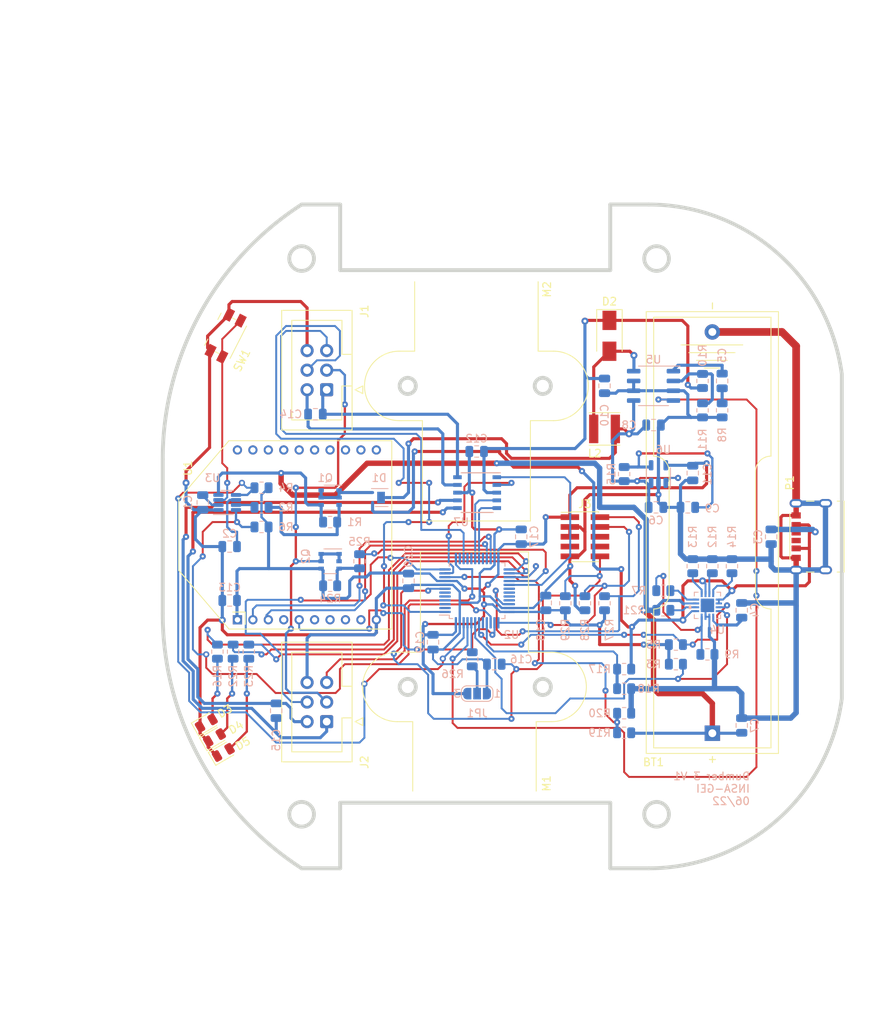
<source format=kicad_pcb>
(kicad_pcb (version 20211014) (generator pcbnew)
  (title_block (title "Dumber-3") (date "2022-06-14") (rev "1.0") (company "INSA-GEI"))
  (layers (0 "F.Cu" signal) (31 "B.Cu" signal) (34 "B.Paste" user) (35 "F.Paste" user) (36 "B.SilkS" user "B.Silkscreen") (37 "F.SilkS" user "F.Silkscreen") (38 "B.Mask" user) (39 "F.Mask" user) (44 "Edge.Cuts" user))
  (net 0 "")
  (net 1 "+BATT")
  (net 2 "GND")
  (net 3 "Net-(C1-Pad1)")
  (net 4 "Net-(C2-Pad1)")
  (net 5 "VBUS")
  (net 6 "Net-(C4-Pad1)")
  (net 7 "Net-(C5-Pad1)")
  (net 8 "Net-(C5-Pad2)")
  (net 9 "+2V5")
  (net 10 "+5V")
  (net 11 "Net-(D1-Pad2)")
  (net 12 "Net-(C9-Pad1)")
  (net 15 "Net-(Q1-Pad3)")
  (net 16 "Net-(D2-Pad2)")
  (net 17 "/Cpu/RESET")
  (net 18 "Net-(J1-Pad3)")
  (net 19 "Net-(R2-Pad2)")
  (net 20 "Net-(R7-Pad1)")
  (net 21 "Net-(R7-Pad2)")
  (net 22 "Net-(R10-Pad1)")
  (net 23 "Net-(R12-Pad1)")
  (net 24 "Net-(R13-Pad1)")
  (net 25 "Net-(R14-Pad1)")
  (net 26 "Net-(R21-Pad1)")
  (net 27 "/Cpu/OUTGAUCHE_A")
  (net 28 "/Cpu/OUTGAUCHE_B")
  (net 29 "/Cpu/OUTDROIT_A")
  (net 31 "/Cpu/OUTDROIT_B")
  (net 34 "Net-(SW1-Pad2)")
  (net 36 "Net-(D3-Pad2)")
  (net 40 "Net-(D4-Pad2)")
  (net 47 "Net-(D5-Pad2)")
  (net 48 "/Cpu/ENCGAUCHE_A")
  (net 49 "/Cpu/ENCGAUCHE_B")
  (net 50 "/Cpu/ENCDROIT_A")
  (net 51 "/Cpu/ENCDROIT_B")
  (net 52 "/Cpu/LED_ROUGE")
  (net 53 "/Cpu/LED_ORANGE")
  (net 54 "/Cpu/LED_VERTE")
  (net 55 "/Cpu/USART_RX")
  (net 62 "/Cpu/USART_TX")
  (net 63 "/Cpu/XBEE_RESET")
  (net 67 "Net-(JP1-Pad2)")
  (net 70 "Net-(Q2-Pad3)")
  (net 71 "/Cpu/CHARGER_ST1")
  (net 73 "/Cpu/SHUTDOWN")
  (net 74 "/Cpu/CHARGER_ST2")
  (net 75 "/Cpu/PWM_GAUCHE_A")
  (net 76 "/Cpu/PWM_GAUCHE_B")
  (net 77 "/Cpu/BUTTON_SENSE")
  (net 78 "/Cpu/USB_SENSE")
  (net 79 "/Cpu/BATTERY_SENSE")
  (net 80 "/Cpu/SHUTDOWN_ENC")
  (net 81 "Net-(R26-Pad2)")
  (net 86 "/Cpu/SWDIO")
  (net 87 "/Cpu/PWM_DROIT_A")
  (net 88 "/Cpu/PWM_DROIT_B")
  (net 89 "/Cpu/SWCLK")
  (net 90 "/Cpu/SHUTDOWN_5V")
  (net 92 "Net-(C6-Pad1)")
  (footprint "INSA:Motor Pololu HPCB with encoder" (layer "F.Cu") (at 150.15 150 90)
    (fp_text reference "M1")
    (fp_text value "Motor")
  )
  (footprint "Button_Switch_SMD:Panasonic_EVQPUJ_EVQPUA" (layer "F.Cu") (at 117.9 80 63)
    (fp_text reference "SW1")
    (fp_text value "SW_Push")
  )
  (footprint "Connector_IDC:IDC-Header_2x03_P2.54mm_Vertical" (layer "F.Cu") (at 131 87 180)
    (fp_text reference "J1")
    (fp_text value "Conn_02x03_Odd_Even")
  )
  (footprint "Diode_SMD:D_SMA" (layer "F.Cu") (at 167.64 80.01 -90)
    (fp_text reference "D2")
    (fp_text value "FM5818-W")
  )
  (footprint "Diode_SMD:D_0805_2012Metric" (layer "F.Cu") (at 117.6 133.985 30)
    (fp_text reference "D5")
    (fp_text value "LED")
  )
  (footprint "INSA:Motor Pololu HPCB with encoder" (layer "F.Cu") (at 150.4 62 -90)
    (fp_text reference "M2")
    (fp_text value "Motor")
  )
  (footprint "Battery:BatteryHolder_Keystone_2460_1xAA" (layer "F.Cu") (at 180.975 131.5 90)
    (fp_text reference "BT1")
    (fp_text value "Li-ION")
  )
  (footprint "Connector_IDC:IDC-Header_2x03_P2.54mm_Vertical" (layer "F.Cu") (at 131 130 180)
    (fp_text reference "J2")
    (fp_text value "Conn_02x03_Odd_Even")
  )
  (footprint "INSA:USB_C_Receptacle_GCT_USB4125" (layer "F.Cu") (at 191.155 110.5 90)
    (fp_text reference "P1")
    (fp_text value "USB_C_Plug_GCT_USB4125")
  )
  (footprint "Connector_PinHeader_1.27mm:PinHeader_2x05_P1.27mm_Vertical_SMD" (layer "F.Cu") (at 164.465 106.045)
    (fp_text reference "J3")
    (fp_text value "Conn_02x05_Odd_Even")
  )
  (footprint "Inductor_SMD:L_Taiyo-Yuden_MD-4040" (layer "F.Cu") (at 167.005 92.075 180)
    (fp_text reference "L2")
    (fp_text value "22µH")
  )
  (footprint "INSA:XBEE-3-TH" (layer "F.Cu") (at 139.435 118 90)
    (fp_text reference "U1")
    (fp_text value "XBEE-3")
  )
  (footprint "Diode_SMD:D_0805_2012Metric" (layer "F.Cu") (at 116.459 132.08 30)
    (fp_text reference "D4")
    (fp_text value "LED")
  )
  (footprint "Diode_SMD:D_0805_2012Metric" (layer "F.Cu") (at 115.4 130.175 30)
    (fp_text reference "D3")
    (fp_text value "LED")
  )
  (footprint "Capacitor_SMD:C_0805_2012Metric" (layer "B.Cu") (at 156.21 106.045 90)
    (fp_text reference "C17")
    (fp_text value "100nF")
  )
  (footprint "Resistor_SMD:R_0805_2012Metric" (layer "B.Cu") (at 179.705 85.8575 -90)
    (fp_text reference "R10")
    (fp_text value "3.72K")
  )
  (footprint "Package_QFP:LQFP-48_7x7mm_P0.5mm" (layer "B.Cu") (at 150.495 113.03)
    (fp_text reference "U2")
    (fp_text value "STM32L010C6Tx")
  )
  (footprint "Capacitor_SMD:C_0805_2012Metric" (layer "B.Cu") (at 184.785 115.57 90)
    (fp_text reference "C4")
    (fp_text value "10nF")
  )
  (footprint "Resistor_SMD:R_0805_2012Metric" (layer "B.Cu") (at 174.625 113.03 180)
    (fp_text reference "R7")
    (fp_text value "1K")
  )
  (footprint "Capacitor_SMD:C_0805_2012Metric" (layer "B.Cu") (at 141.605 111.76 -90)
    (fp_text reference "C20")
    (fp_text value "100nF")
  )
  (footprint "Resistor_SMD:R_0805_2012Metric" (layer "B.Cu") (at 169.545 123.19 180)
    (fp_text reference "R17")
    (fp_text value "150K")
  )
  (footprint "Capacitor_SMD:C_0805_2012Metric" (layer "B.Cu") (at 173.675 102.235)
    (fp_text reference "C6")
    (fp_text value "1µF")
  )
  (footprint "Resistor_SMD:R_0805_2012Metric" (layer "B.Cu") (at 176.2525 122.555)
    (fp_text reference "R3")
    (fp_text value "1K")
  )
  (footprint "Capacitor_SMD:C_0805_2012Metric" (layer "B.Cu") (at 144.78 119.7 -90)
    (fp_text reference "C19")
    (fp_text value "100nF")
  )
  (footprint "Package_TO_SOT_SMD:SOT-23-8" (layer "B.Cu") (at 118.11 101.6)
    (fp_text reference "U3")
    (fp_text value "LTC2954")
  )
  (footprint "Package_SO:TSOP-6_1.65x3.05mm_P0.95mm" (layer "B.Cu") (at 131.445 109.22 180)
    (fp_text reference "Q2")
    (fp_text value "PMN52XP")
  )
  (footprint "Resistor_SMD:R_0805_2012Metric" (layer "B.Cu") (at 131.445 112.395)
    (fp_text reference "R24")
    (fp_text value "100K")
  )
  (footprint "Resistor_SMD:R_0805_2012Metric" (layer "B.Cu") (at 131.445 104.14)
    (fp_text reference "R1")
    (fp_text value "100K")
  )
  (footprint "Capacitor_SMD:C_0805_2012Metric" (layer "B.Cu") (at 184.785 130.49 90)
    (fp_text reference "C7")
    (fp_text value "1µF")
  )
  (footprint "Resistor_SMD:R_0805_2012Metric" (layer "B.Cu") (at 116.84 120.9275 -90)
    (fp_text reference "R16")
    (fp_text value "R")
  )
  (footprint "Resistor_SMD:R_0805_2012Metric" (layer "B.Cu") (at 178.435 109.855 90)
    (fp_text reference "R13")
    (fp_text value "2.2K")
  )
  (footprint "Package_SO:SSOP-10_3.9x4.9mm_P1.00mm" (layer "B.Cu") (at 150.495 100.33 180)
    (fp_text reference "U7")
    (fp_text value "A3909")
  )
  (footprint "Resistor_SMD:R_0805_2012Metric" (layer "B.Cu") (at 174.625 115.57 180)
    (fp_text reference "R21")
    (fp_text value "7,5K")
  )
  (footprint "Capacitor_SMD:C_0805_2012Metric" (layer "B.Cu") (at 188.595 106.045 -90)
    (fp_text reference "C3")
    (fp_text value "1µF")
  )
  (footprint "Resistor_SMD:R_0805_2012Metric" (layer "B.Cu") (at 122.555 102.235 180)
    (fp_text reference "R2")
    (fp_text value "10R")
  )
  (footprint "Jumper:SolderJumper-3_P1.3mm_Open_RoundedPad1.0x1.5mm_NumberLabels" (layer "B.Cu") (at 150.495 126.365 180)
    (fp_text reference "JP1")
    (fp_text value "Jumper_3_Bridged12")
  )
  (footprint "Capacitor_SMD:C_0805_2012Metric" (layer "B.Cu") (at 173.355 91.5725)
    (fp_text reference "C8")
    (fp_text value "22µF")
  )
  (footprint "Resistor_SMD:R_0805_2012Metric" (layer "B.Cu") (at 176.2525 120.015)
    (fp_text reference "R5")
    (fp_text value "1K")
  )
  (footprint "Resistor_SMD:R_0805_2012Metric" (layer "B.Cu") (at 179.705 89.6675 90)
    (fp_text reference "R11")
    (fp_text value "1.28K")
  )
  (footprint "Capacitor_SMD:C_0805_2012Metric" (layer "B.Cu") (at 182.245 85.8575 -90)
    (fp_text reference "C5")
    (fp_text value "100nF")
  )
  (footprint "Resistor_SMD:R_0805_2012Metric" (layer "B.Cu") (at 169.545 125.73)
    (fp_text reference "R18")
    (fp_text value "100K")
  )
  (footprint "Resistor_SMD:R_0805_2012Metric" (layer "B.Cu") (at 169.545 131.445 180)
    (fp_text reference "R19")
    (fp_text value "150K")
  )
  (footprint "Capacitor_SMD:C_0805_2012Metric" (layer "B.Cu") (at 118.425 114.3 180)
    (fp_text reference "C13")
    (fp_text value "C")
  )
  (footprint "INSA:L6924UTR" (layer "B.Cu") (at 180.34 114.935 180)
    (fp_text reference "U4")
    (fp_text value "L6924U" hide)
  )
  (footprint "Resistor_SMD:R_0805_2012Metric" (layer "B.Cu") (at 180.34 121.285)
    (fp_text reference "R9")
    (fp_text value "470R")
  )
  (footprint "Resistor_SMD:R_0805_2012Metric" (layer "B.Cu") (at 183.515 109.855 90)
    (fp_text reference "R14")
    (fp_text value "25.5K")
  )
  (footprint "Resistor_SMD:R_0805_2012Metric" (layer "B.Cu") (at 161.925 114.6575 90)
    (fp_text reference "R29")
    (fp_text value "100K")
  )
  (footprint "Capacitor_SMD:C_0805_2012Metric" (layer "B.Cu") (at 167.005 86.4925 -90)
    (fp_text reference "C10")
    (fp_text value "22µF")
  )
  (footprint "Resistor_SMD:R_0805_2012Metric" (layer "B.Cu") (at 149.86 121.92 90)
    (fp_text reference "R26")
    (fp_text value "10K")
  )
  (footprint "Resistor_SMD:R_0805_2012Metric" (layer "B.Cu") (at 164.465 114.6575 -90)
    (fp_text reference "R28")
    (fp_text value "100K")
  )
  (footprint "Resistor_SMD:R_0805_2012Metric" (layer "B.Cu") (at 182.245 89.6675 90)
    (fp_text reference "R8")
    (fp_text value "5K")
  )
  (footprint "Resistor_SMD:R_0805_2012Metric" (layer "B.Cu") (at 122.555 104.775 180)
    (fp_text reference "R6")
    (fp_text value "10K")
  )
  (footprint "Resistor_SMD:R_0805_2012Metric" (layer "B.Cu") (at 135.255 109.22 90)
    (fp_text reference "R25")
    (fp_text value "10R")
  )
  (footprint "Resistor_SMD:R_0805_2012Metric" (layer "B.Cu") (at 167.005 114.6575 90)
    (fp_text reference "R27")
    (fp_text value "100K")
  )
  (footprint "Capacitor_SMD:C_0805_2012Metric" (layer "B.Cu") (at 129.54 90.17 180)
    (fp_text reference "C14")
    (fp_text value "C")
  )
  (footprint "Resistor_SMD:R_0805_2012Metric" (layer "B.Cu") (at 120.904 120.9275 -90)
    (fp_text reference "R23")
    (fp_text value "R")
  )
  (footprint "Resistor_SMD:R_0805_2012Metric" (layer "B.Cu") (at 180.975 109.855 90)
    (fp_text reference "R12")
    (fp_text value "25.5K")
  )
  (footprint "Capacitor_SMD:C_0805_2012Metric" (layer "B.Cu") (at 124.46 128.585 90)
    (fp_text reference "C15")
    (fp_text value "C")
  )
  (footprint "Capacitor_SMD:C_0805_2012Metric" (layer "B.Cu") (at 150.434 94.996 180)
    (fp_text reference "C12")
    (fp_text value "C")
  )
  (footprint "Capacitor_SMD:C_0805_2012Metric" (layer "B.Cu") (at 114.935 101.6 -90)
    (fp_text reference "C1")
    (fp_text value "10nF")
  )
  (footprint "Package_SO:TSOP-6_1.65x3.05mm_P0.95mm" (layer "B.Cu") (at 131.445 100.965 180)
    (fp_text reference "Q1")
    (fp_text value "PMN52XP")
  )
  (footprint "Package_TO_SOT_SMD:SOT-23-5" (layer "B.Cu") (at 173.99 97.9225 90)
    (fp_text reference "U6")
    (fp_text value "TC1186")
  )
  (footprint "Capacitor_SMD:C_0805_2012Metric" (layer "B.Cu") (at 177.8 102.235 180)
    (fp_text reference "C9")
    (fp_text value "100pF")
  )
  (footprint "Capacitor_SMD:C_0805_2012Metric" (layer "B.Cu") (at 178.435 97.79 -90)
    (fp_text reference "C11")
    (fp_text value "1µF")
  )
  (footprint "Capacitor_SMD:C_0805_2012Metric" (layer "B.Cu") (at 159.385 114.615 90)
    (fp_text reference "C18")
    (fp_text value "100nF")
  )
  (footprint "Resistor_SMD:R_0805_2012Metric" (layer "B.Cu") (at 118.872 120.9275 -90)
    (fp_text reference "R22")
    (fp_text value "R")
  )
  (footprint "INSA:Nexperia_SOT-1061" (layer "B.Cu") (at 136.795 99.965 -90)
    (fp_text reference "D1")
    (fp_text value "PMEG2020CPA")
  )
  (footprint "Package_SO:SO-8_3.9x4.9mm_P1.27mm" (layer "B.Cu") (at 173.355 86.4925 180)
    (fp_text reference "U5")
    (fp_text value "NCV5171")
  )
  (footprint "Capacitor_SMD:C_0805_2012Metric" (layer "B.Cu") (at 152.72 122.555 180)
    (fp_text reference "C16")
    (fp_text value "100nF")
  )
  (footprint "Resistor_SMD:R_0805_2012Metric" (layer "B.Cu") (at 122.555 99.695 180)
    (fp_text reference "R4")
    (fp_text value "10K")
  )
  (footprint "Capacitor_SMD:C_0805_2012Metric" (layer "B.Cu") (at 118.425 107.315 180)
    (fp_text reference "C2")
    (fp_text value "68nF")
  )
  (footprint "Resistor_SMD:R_0805_2012Metric" (layer "B.Cu") (at 169.545 97.9225 -90)
    (fp_text reference "R15")
    (fp_text value "1M")
  )
  (footprint "Resistor_SMD:R_0805_2012Metric" (layer "B.Cu") (at 169.545 128.905)
    (fp_text reference "R20")
    (fp_text value "100K")
  )
  (gr_circle locked (center 173.75 70) (end 173.75 69.99) (layer "Edge.Cuts") (width 0.0001) (fill solid))
  (gr_circle locked (center 141.5 86.5) (end 141.5 86.49) (layer "Edge.Cuts") (width 0.0001) (fill solid))
  (gr_circle locked (center 173.75 70) (end 173.75 68.4) (layer "Edge.Cuts") (width 0.5) (fill none))
  (gr_circle locked (center 141.5 86.5) (end 141.5 85.45) (layer "Edge.Cuts") (width 0.5) (fill none))
  (gr_line locked (start 167.75 63) (end 167.75 71.5) (layer "Edge.Cuts") (width 0.5))
  (gr_line locked (start 109.75 96) (end 109.75 116) (layer "Edge.Cuts") (width 0.5))
  (gr_circle locked (center 127.75 142) (end 127.75 140.4) (layer "Edge.Cuts") (width 0.5) (fill none))
  (gr_arc locked (start 109.75 96) (mid 114.542599 77.205054) (end 127.75 63) (layer "Edge.Cuts") (width 0.5))
  (gr_line locked (start 197.75 127) (end 197.75 85) (layer "Edge.Cuts") (width 0.5))
  (gr_circle locked (center 127.75 70) (end 127.75 68.4) (layer "Edge.Cuts") (width 0.5) (fill none))
  (gr_line locked (start 167.75 149) (end 172.75 149) (layer "Edge.Cuts") (width 0.5))
  (gr_line locked (start 172.75 63) (end 167.75 63) (layer "Edge.Cuts") (width 0.5))
  (gr_circle locked (center 172.75 123.795455) (end 172.75 123.785455) (layer "Edge.Cuts") (width 0.0001) (fill solid))
  (gr_circle locked (center 159 125.5) (end 159 125.49) (layer "Edge.Cuts") (width 0.0001) (fill solid))
  (gr_circle locked (center 159 86.5) (end 159 86.49) (layer "Edge.Cuts") (width 0.0001) (fill solid))
  (gr_circle locked (center 172.75 88.204545) (end 172.75 88.194545) (layer "Edge.Cuts") (width 0.0001) (fill solid))
  (gr_circle locked (center 149 116) (end 149 115.99) (layer "Edge.Cuts") (width 0.0001) (fill solid))
  (gr_line locked (start 132.75 149) (end 132.75 140.5) (layer "Edge.Cuts") (width 0.5))
  (gr_line locked (start 167.75 140.5) (end 167.75 149) (layer "Edge.Cuts") (width 0.5))
  (gr_line locked (start 127.75 149) (end 132.75 149) (layer "Edge.Cuts") (width 0.5))
  (gr_line locked (start 167.75 71.5) (end 132.75 71.5) (layer "Edge.Cuts") (width 0.5))
  (gr_circle locked (center 127.75 70) (end 127.75 69.99) (layer "Edge.Cuts") (width 0.0001) (fill solid))
  (gr_arc locked (start 127.75 149) (mid 114.542599 134.794946) (end 109.75 116) (layer "Edge.Cuts") (width 0.5))
  (gr_circle locked (center 173.75 142) (end 173.75 140.4) (layer "Edge.Cuts") (width 0.5) (fill none))
  (gr_circle locked (center 149 96) (end 149 95.99) (layer "Edge.Cuts") (width 0.0001) (fill solid))
  (gr_line locked (start 132.75 63) (end 127.75 63) (layer "Edge.Cuts") (width 0.5))
  (gr_line locked (start 132.75 71.5) (end 132.75 63) (layer "Edge.Cuts") (width 0.5))
  (gr_arc locked (start 172.75 63) (mid 189.400824 69.283153) (end 197.75 85) (layer "Edge.Cuts") (width 0.5))
  (gr_circle locked (center 159 86.5) (end 159 85.45) (layer "Edge.Cuts") (width 0.5) (fill none))
  (gr_circle locked (center 173.75 142) (end 173.75 141.99) (layer "Edge.Cuts") (width 0.0001) (fill solid))
  (gr_circle locked (center 141.5 125.5) (end 141.5 125.49) (layer "Edge.Cuts") (width 0.0001) (fill solid))
  (gr_line locked (start 132.75 140.5) (end 167.75 140.5) (layer "Edge.Cuts") (width 0.5))
  (gr_circle locked (center 159 125.5) (end 159 124.45) (layer "Edge.Cuts") (width 0.5) (fill none))
  (gr_circle locked (center 141.5 125.5) (end 141.5 124.45) (layer "Edge.Cuts") (width 0.5) (fill none))
  (gr_arc locked (start 197.75 127) (mid 189.400826 142.716848) (end 172.75 149) (layer "Edge.Cuts") (width 0.5))
  (gr_circle locked (center 127.75 142) (end 127.75 141.99) (layer "Edge.Cuts") (width 0.0001) (fill solid))
  (gr_text "Dumber 3 V1\nINSA-GEI\n06/22\n" (at 185.928 138.684) (layer "B.SilkS") (effects (font (size 1 1)) (justify left mirror)))
  (segment (start 126.606699 100.644511) (end 125.095 99.132812) (width 0.7) (layer "F.Cu") (net 1))
  (segment (start 136.24427 96.52) (end 132.119759 100.644511) (width 0.7) (layer "F.Cu") (net 1))
  (segment (start 179.705 126.365) (end 173.99 126.365) (width 0.7) (layer "F.Cu") (net 1))
  (segment (start 153.035 96.52) (end 136.24427 96.52) (width 0.7) (layer "F.Cu") (net 1))
  (segment (start 132.119759 100.644511) (end 126.606699 100.644511) (width 0.7) (layer "F.Cu") (net 1))
  (segment (start 173.355 116.84) (end 172.085 115.57) (width 0.7) (layer "F.Cu") (net 1))
  (segment (start 125.095 99.132812) (end 125.095 97.79) (width 0.7) (layer "F.Cu") (net 1))
  (segment (start 173.99 126.365) (end 173.355 125.73) (width 0.7) (layer "F.Cu") (net 1))
  (segment (start 180.975 131.5) (end 180.975 127.635) (width 0.7) (layer "F.Cu") (net 1))
  (segment (start 173.355 125.73) (end 173.355 116.84) (width 0.7) (layer "F.Cu") (net 1))
  (segment (start 180.975 127.635) (end 179.705 126.365) (width 0.7) (layer "F.Cu") (net 1))
  (via (at 172.085 115.57) (size 0.9) (drill 0.4) (layers "F.Cu" "B.Cu") (net 1))
  (via (at 153.035 96.52) (size 0.8) (drill 0.3) (layers "F.Cu" "B.Cu") (net 1))
  (via (at 125.095 97.79) (size 0.8) (drill 0.3) (layers "F.Cu" "B.Cu") (net 1))
  (segment (start 127.635 97.79) (end 117.475 97.79) (width 0.4) (layer "B.Cu") (net 1))
  (segment (start 173.7125 115.2125) (end 173.7125 115.57) (width 0.25) (layer "B.Cu") (net 1))
  (segment (start 172.085 115.57) (end 172.399511 115.255489) (width 0.7) (layer "B.Cu") (net 1))
  (segment (start 172.399511 103.819511) (end 170.815 102.235) (width 0.7) (layer "B.Cu") (net 1))
  (segment (start 170.815 102.235) (end 166.37 102.235) (width 0.7) (layer "B.Cu") (net 1))
  (segment (start 180.975 131.5) (end 170.5125 131.5) (width 0.4) (layer "B.Cu") (net 1))
  (segment (start 184.725 131.5) (end 184.785 131.44) (width 0.4) (layer "B.Cu") (net 1))
  (segment (start 130.285 103.8925) (end 130.5325 104.14) (width 0.4) (layer "B.Cu") (net 1))
  (segment (start 166.37 97.155) (end 165.735 96.52) (width 0.7) (layer "B.Cu") (net 1))
  (segment (start 128.585 101.915) (end 128.27 101.6) (width 0.4) (layer "B.Cu") (net 1))
  (segment (start 130.285 101.915) (end 128.585 101.915) (width 0.4) (layer "B.Cu") (net 1))
  (segment (start 180.975 131.5) (end 184.725 131.5) (width 0.4) (layer "B.Cu") (net 1))
  (segment (start 128.27 101.6) (end 128.27 98.425) (width 0.4) (layer "B.Cu") (net 1))
  (segment (start 174.625 114.3) (end 176.784 114.3) (width 0.4) (layer "B.Cu") (net 1))
  (segment (start 170.5125 131.5) (end 170.4575 131.445) (width 0.4) (layer "B.Cu") (net 1))
  (segment (start 166.37 102.235) (end 166.37 97.155) (width 0.7) (layer "B.Cu") (net 1))
  (segment (start 173.7125 115.2125) (end 174.625 114.3) (width 0.4) (layer "B.Cu") (net 1))
  (segment (start 172.085 115.57) (end 173.7125 115.57) (width 0.7) (layer "B.Cu") (net 1))
  (segment (start 116.9725 98.2925) (end 116.9725 100.625) (width 0.4) (layer "B.Cu") (net 1))
  (segment (start 130.285 101.915) (end 130.285 103.8925) (width 0.4) (layer "B.Cu") (net 1))
  (segment (start 172.399511 103.830009) (end 172.399511 103.819511) (width 0.7) (layer "B.Cu") (net 1))
  (segment (start 165.735 96.52) (end 153.035 96.52) (width 0.7) (layer "B.Cu") (net 1))
  (segment (start 177.308216 114.685) (end 177.238608 114.754608) (width 0.25) (layer "B.Cu") (net 1))
  (segment (start 176.784 114.3) (end 177.238608 114.754608) (width 0.4) (layer "B.Cu") (net 1))
  (segment (start 178.8668 114.685) (end 177.308216 114.685) (width 0.25) (layer "B.Cu") (net 1))
  (segment (start 117.475 97.79) (end 116.9725 98.2925) (width 0.4) (layer "B.Cu") (net 1))
  (segment (start 128.27 98.425) (end 127.635 97.79) (width 0.4) (layer "B.Cu") (net 1))
  (segment (start 172.399511 115.255489) (end 172.399511 103.830009) (width 0.7) (layer "B.Cu") (net 1))
  (segment (start 118.11 118.745) (end 117.475 118.11) (width 0.4) (layer "F.Cu") (net 2))
  (segment (start 165.1 100.584) (end 173.99 100.584) (width 0.4) (layer "F.Cu") (net 2))
  (segment (start 190.06 108.78) (end 189.865 108.585) (width 0.4) (layer "F.Cu") (net 2))
  (segment (start 163.195 112.395) (end 162.515 111.715) (width 0.4) (layer "F.Cu") (net 2))
  (segment (start 189.865 108.585) (end 189.865 103.505) (width 0.4) (layer "F.Cu") (net 2))
  (segment (start 191.835 103.28) (end 191.835 101.71) (width 0.7) (layer "F.Cu") (net 2))
  (segment (start 191.835 108.78) (end 190.06 108.78) (width 0.4) (layer "F.Cu") (net 2))
  (segment (start 118.745 75.565) (end 127.635 75.565) (width 0.4) (layer "F.Cu") (net 2))
  (segment (start 191.835 81.345) (end 191.835 101.71) (width 1) (layer "F.Cu") (net 2))
  (segment (start 118.33437 77.275216) (end 118.33437 75.97563) (width 0.4) (layer "F.Cu") (net 2))
  (segment (start 137.435 116.8) (end 137.435 118.47) (width 0.4) (layer "F.Cu") (net 2))
  (segment (start 137.16 118.745) (end 118.11 118.745) (width 0.4) (layer "F.Cu") (net 2))
  (segment (start 164.465 105.41) (end 164.465 107.734022) (width 0.4) (layer "F.Cu") (net 2))
  (segment (start 153.35 105.095) (end 150.18 105.095) (width 0.3) (layer "F.Cu") (net 2))
  (segment (start 115.824 94.488) (end 115.824 82.079919) (width 0.4) (layer "F.Cu") (net 2))
  (segment (start 162.515 104.775) (end 163.83 104.775) (width 0.4) (layer "F.Cu") (net 2))
  (segment (start 114.588101 130.64375) (end 114.588101 117.821899) (width 0.4) (layer "F.Cu") (net 2))
  (segment (start 163.614022 108.585) (end 162.515 108.585) (width 0.4) (layer "F.Cu") (net 2))
  (segment (start 180.975 79.51) (end 190 79.51) (width 1) (layer "F.Cu") (net 2))
  (segment (start 114.588101 117.821899) (end 115.57 116.84) (width 0.4) (layer "F.Cu") (net 2))
  (segment (start 189.865 103.505) (end 190.09 103.28) (width 0.4) (layer "F.Cu") (net 2))
  (segment (start 118.33437 75.97563) (end 118.745 75.565) (width 0.4) (layer "F.Cu") (net 2))
  (segment (start 115.824 82.079919) (end 115.950919 81.953) (width 0.4) (layer "F.Cu") (net 2))
  (segment (start 190.09 103.28) (end 191.835 103.28) (width 0.4) (layer "F.Cu") (net 2))
  (segment (start 191.835 110.35) (end 191.835 108.78) (width 0.7) (layer "F.Cu") (net 2))
  (segment (start 115.647101 133.31275) (end 116.788101 134.45375) (width 0.4) (layer "F.Cu") (net 2))
  (segment (start 127.635 75.565) (end 128.46 76.39) (width 0.4) (layer "F.Cu") (net 2))
  (segment (start 115.57 81.572081) (end 115.950919 81.953) (width 0.4) (layer "F.Cu") (net 2))
  (segment (start 117.475 118.11) (end 117.475 116.84) (width 0.4) (layer "F.Cu") (net 2))
  (segment (start 118.33437 77.275216) (end 115.57 80.039586) (width 0.4) (layer "F.Cu") (net 2))
  (segment (start 112.776 97.536) (end 115.824 94.488) (width 0.4) (layer "F.Cu") (net 2))
  (segment (start 190 79.51) (end 191.835 81.345) (width 1) (layer "F.Cu") (net 2))
  (segment (start 149.86 104.775) (end 149.86 100.33) (width 0.3) (layer "F.Cu") (net 2))
  (segment (start 115.647101 132.54875) (end 115.647101 133.31275) (width 0.4) (layer "F.Cu") (net 2))
  (segment (start 164.465 105.41) (end 164.465 101.219) (width 0.4) (layer "F.Cu") (net 2))
  (segment (start 114.588101 131.48975) (end 115.647101 132.54875) (width 0.4) (layer "F.Cu") (net 2))
  (segment (start 150.18 105.095) (end 149.86 104.775) (width 0.3) (layer "F.Cu") (net 2))
  (segment (start 163.83 104.775) (end 164.465 105.41) (width 0.4) (layer "F.Cu") (net 2))
  (segment (start 164.465 101.219) (end 165.1 100.584) (width 0.4) (layer "F.Cu") (net 2))
  (segment (start 162.515 104.775) (end 162.515 106.045) (width 0.4) (layer "F.Cu") (net 2))
  (segment (start 115.57 116.84) (end 117.475 116.84) (width 0.4) (layer "F.Cu") (net 2))
  (segment (start 112.776 99.06) (end 112.776 97.536) (width 0.4) (layer "F.Cu") (net 2))
  (segment (start 164.465 107.734022) (end 163.614022 108.585) (width 0.4) (layer "F.Cu") (net 2))
  (segment (start 128.46 76.39) (end 128.46 81.92) (width 0.4) (layer "F.Cu") (net 2))
  (segment (start 114.588101 130.64375) (end 114.588101 131.48975) (width 0.4) (layer "F.Cu") (net 2))
  (segment (start 137.435 118.47) (end 137.16 118.745) (width 0.4) (layer "F.Cu") (net 2))
  (segment (start 115.57 80.039586) (end 115.57 81.572081) (width 0.4) (layer "F.Cu") (net 2))
  (segment (start 162.515 111.715) (end 162.515 108.585) (width 0.4) (layer "F.Cu") (net 2))
  (via (at 117.475 116.84) (size 0.9) (drill 0.4) (layers "F.Cu" "B.Cu") (net 2))
  (via (at 162.56 109.855) (size 0.8) (drill 0.3) (layers "F.Cu" "B.Cu") (net 2))
  (via (at 149.86 100.33) (size 0.8) (drill 0.3) (layers "F.Cu" "B.Cu") (net 2))
  (via (at 173.99 100.584) (size 0.8) (drill 0.3) (layers "F.Cu" "B.Cu") (net 2))
  (via (at 153.35 105.095) (size 0.8) (drill 0.3) (layers "F.Cu" "B.Cu") (net 2))
  (via (at 163.195 112.395) (size 0.8) (drill 0.3) (layers "F.Cu" "B.Cu") (net 2))
  (via (at 112.776 99.06) (size 0.9) (drill 0.4) (layers "F.Cu" "B.Cu") (net 2))
  (segment (start 148.59 121.92) (end 147.955 122.555) (width 0.25) (layer "B.Cu") (net 2))
  (segment (start 152.745 108.8675) (end 152.745 105.7) (width 0.3) (layer "B.Cu") (net 2))
  (segment (start 191.135 129.54) (end 191.835 128.84) (width 0.7) (layer "B.Cu") (net 2))
  (segment (start 150.84 114.3) (end 150.84 113.756) (width 0.3) (layer "B.Cu") (net 2))
  (segment (start 173.99 100.965) (end 173.99 101.6) (width 0.4) (layer "B.Cu") (net 2))
  (segment (start 180.09 115.185) (end 180.34 114.935) (width 0.25) (layer "B.Cu") (net 2))
  (segment (start 164.465 115.57) (end 163.83 115.57) (width 0.4) (layer "B.Cu") (net 2))
  (segment (start 114.96 102.575) (end 116.9725 102.575) (width 0.4) (layer "B.Cu") (net 2))
  (segment (start 191.455 114.62) (end 191.835 115) (width 0.4) (layer "B.Cu") (net 2))
  (segment (start 191.835 110.35) (end 189.09 110.35) (width 0.7) (layer "B.Cu") (net 2))
  (segment (start 188.595 109.855) (end 188.595 109.22) (width 0.7) (layer "B.Cu") (net 2))
  (segment (start 112.776 101.534) (end 113.792 102.55) (width 0.4) (layer "B.Cu") (net 2))
  (segment (start 178.21 90.58) (end 177.8 90.17) (width 0.4) (layer "B.Cu") (net 2))
  (segment (start 112.776 99.06) (end 112.776 101.534) (width 0.4) (layer "B.Cu") (net 2))
  (segment (start 137.435 118.47) (end 137.435 116.8) (width 0.4) (layer "B.Cu") (net 2))
  (segment (start 114.935 107.315) (end 113.98 106.36) (width 0.4) (layer "B.Cu") (net 2))
  (segment (start 177.485 98.74) (end 178.435 98.74) (width 0.4) (layer "B.Cu") (net 2))
  (segment (start 151.384 110.236) (end 152.214361 110.236) (width 0.3) (layer "B.Cu") (net 2))
  (segment (start 152.745 105.7) (end 153.35 105.095) (width 0.3) (layer "B.Cu") (net 2))
  (segment (start 149.484 100.071) (end 149.484 94.996) (width 0.4) (layer "B.Cu") (net 2))
  (segment (start 180.09 116.4082) (end 180.59 116.4082) (width 0.25) (layer "B.Cu") (net 2))
  (segment (start 128.46 119.19) (end 128.905 118.745) (width 0.4) (layer "B.Cu") (net 2))
  (segment (start 148.245 117.1925) (end 148.245 118.526428) (width 0.3) (layer "B.Cu") (net 2))
  (segment (start 148.245 114.59) (end 148.245 113.193) (width 0.3) (layer "B.Cu") (net 2))
  (segment (start 176.85 102.235) (end 176.85 108.27) (width 0.7) (layer "B.Cu") (net 2))
  (segment (start 170.4575 125.73) (end 170.4575 128.905) (width 0.7) (layer "B.Cu") (net 2))
  (segment (start 141.605 112.71) (end 138.75 112.71) (width 0.4) (layer "B.Cu") (net 2))
  (segment (start 184.15 125.73) (end 184.785 126.365) (width 0.7) (layer "B.Cu") (net 2))
  (segment (start 113.792 102.55) (end 114.935 102.55) (width 0.4) (layer "B.Cu") (net 2))
  (segment (start 191.835 128.84) (end 191.835 115) (width 0.7) (layer "B.Cu") (net 2))
  (segment (start 147.332 112.28) (end 146.3325 112.28) (width 0.3) (layer "B.Cu") (net 2))
  (segment (start 177.8 87.63) (end 177.2975 87.1275) (width 0.4) (layer "B.Cu") (net 2))
  (segment (start 175.2975 90.58) (end 174.305 91.5725) (width 0.4) (layer "B.Cu") (net 2))
  (segment (start 178.435 108.9425) (end 177.5225 108.9425) (width 0.7) (layer "B.Cu") (net 2))
  (segment (start 163.195 114.935) (end 163.195 112.395) (width 0.4) (layer "B.Cu") (net 2))
  (segment (start 168.7775 87.1275) (end 168.4625 87.4425) (width 0.4) (layer "B.Cu") (net 2))
  (segment (start 157.77 115.28) (end 159.385 113.665) (width 0.3) (layer "B.Cu") (net 2))
  (segment (start 176.85 102.235) (end 176.85 99.375) (width 0.4) (layer "B.Cu") (net 2))
  (segment (start 177.5225 108.9425) (end 176.85 108.27) (width 0.7) (layer "B.Cu") (net 2))
  (segment (start 147.945 100.33) (end 149.225 100.33) (width 0.4) (layer "B.Cu") (net 2))
  (segment (start 113.98 103.505) (end 114.935 102.55) (width 0.4) (layer "B.Cu") (net 2))
  (segment (start 142.035 112.28) (end 141.605 112.71) (width 0.3) (layer "B.Cu") (net 2))
  (segment (start 153.683922 115.28) (end 152.183433 113.779511) (width 0.3) (layer "B.Cu") (net 2))
  (segment (start 148.245 118.526428) (end 146.121428 120.65) (width 0.3) (layer "B.Cu") (net 2))
  (segment (start 178.21 90.58) (end 175.2975 90.58) (width 0.4) (layer "B.Cu") (net 2))
  (segment (start 137.435 114.025) (end 137.435 116.8) (width 0.4) (layer "B.Cu") (net 2))
  (segment (start 149.743 100.33) (end 149.484 100.071) (width 0.3) (layer "B.Cu") (net 2))
  (segment (start 181.2525 119.6575) (end 181.2525 121.285) (width 0.4) (layer "B.Cu") (net 2))
  (segment (start 148.245 117.1925) (end 148.245 114.59) (width 0.3) (layer "B.Cu") (net 2))
  (segment (start 188.595 109.22) (end 188.595 106.995) (width 0.7) (layer "B.Cu") (net 2))
  (segment (start 174.625 102.235) (end 176.85 102.235) (width 0.4) (layer "B.Cu") (net 2))
  (segment (start 151.77 122.555) (end 151.135 121.92) (width 0.25) (layer "B.Cu") (net 2))
  (segment (start 177.2975 87.1275) (end 175.93 87.1275) (width 0.4) (layer "B.Cu") (net 2))
  (segment (start 184.785 114.62) (end 191.455 114.62) (width 0.7) (layer "B.Cu") (net 2))
  (segment (start 188.3175 108.9425) (end 188.595 109.22) (width 0.4) (layer "B.Cu") (net 2))
  (segment (start 128.46 124.92) (end 128.46 119.19) (width 0.4) (layer "B.Cu") (net 2))
  (segment (start 114.935 102.55) (end 114.96 102.575) (width 0.4) (layer "B.Cu") (net 2))
  (segment (start 177.8 90.17) (end 177.8 87.63) (width 0.4) (layer "B.Cu") (net 2))
  (segment (start 173.99 101.6) (end 174.625 102.235) (width 0.4) (layer "B.Cu") (net 2))
  (segment (start 189.09 110.35) (end 188.595 109.855) (width 0.7) (layer "B.Cu") (net 2))
  (segment (start 151.135 121.92) (end 148.59 121.92) (width 0.25) (layer "B.Cu") (net 2))
  (segment (start 117.475 107.315) (end 114.935 107.315) (width 0.4) (layer "B.Cu") (net 2))
  (segment (start 159.385 113.665) (end 159.385 113.03) (width 0.3) (layer "B.Cu") (net 2))
  (segment (start 195.635 101.7) (end 191.845 101.7) (width 0.7) (layer "B.Cu") (net 2))
  (segment (start 180.975 125.73) (end 184.15 125.73) (width 0.7) (layer "B.Cu") (net 2))
  (segment (start 191.835 115) (end 191.835 110.35) (width 0.7) (layer "B.Cu") (net 2))
  (segment (start 173.99 99.06) (end 173.99 100.965) (width 0.4) (layer "B.Cu") (net 2))
  (segment (start 195.635 110.35) (end 191.835 110.35) (width 0.7) (layer "B.Cu") (net 2))
  (segment (start 176.85 99.375) (end 177.485 98.74) (width 0.4) (layer "B.Cu") (net 2))
  (segment (start 180.59 117.86) (end 180.59 118.995) (width 0.4) (layer "B.Cu") (net 2))
  (segment (start 148.245 113.193) (end 147.332 112.28) (width 0.3) (layer "B.Cu") (net 2))
  (segment (start 178.435 108.9425) (end 188.3175 108.9425) (width 0.7) (layer "B.Cu") (net 2))
  (segment (start 151.77 126.34) (end 151.795 126.365) (width 0.35) (layer "B.Cu") (net 2))
  (segment (start 150.55 114.59) (end 150.84 114.3) (width 0.3) (layer "B.Cu") (net 2))
  (segment (start 152.183433 113.779511) (end 150.863511 113.779511) (width 0.3) (layer "B.Cu") (net 2))
  (segment (start 167.005 87.4425) (end 168.4625 87.4425) (width 0.4) (layer "B.Cu") (net 2))
  (segment (start 191.845 101.7) (end 191.835 101.71) (width 0.4) (layer "B.Cu") (net 2))
  (segment (start 151.77 122.555) (end 151.77 126.34) (width 0.35) (layer "B.Cu") (net 2))
  (segment (start 170.78 87.1275) (end 168.7775 87.1275) (width 0.4) (layer "B.Cu") (net 2))
  (segment (start 175.93 87.1275) (end 170.78 87.1275) (width 0.4) (layer "B.Cu") (net 2))
  (segment (start 154.6575 115.28) (end 157.77 115.28) (width 0.3) (layer "B.Cu") (net 2))
  (segment (start 159.385 113.03) (end 162.56 109.855) (width 0.3) (layer "B.Cu") (net 2))
  (segment (start 138.75 112.71) (end 137.435 114.025) (width 0.4) (layer "B.Cu") (net 2))
  (segment (start 149.225 100.33) (end 149.484 100.071) (width 0.4) (layer "B.Cu") (net 2))
  (segment (start 180.59 116.4082) (end 180.59 117.86) (width 0.25) (layer "B.Cu") (net 2))
  (segment (start 144.78 121.92) (end 144.78 120.65) (width 0.25) (layer "B.Cu") (net 2))
  (segment (start 154.6575 115.28) (end 153.683922 115.28) (width 0.3) (layer "B.Cu") (net 2))
  (segment (start 117.475 116.84) (end 117.475 114.3) (width 0.4) (layer "B.Cu") (net 2))
  (segment (start 195.635 110.35) (end 195.635 101.7) (width 0.7) (layer "B.Cu") (net 2))
  (segment (start 150.84 113.756) (end 150.84 110.78) (width 0.3) (layer "B.Cu") (net 2))
  (segment (start 117.475 114.3) (end 117.475 107.315) (width 0.4) (layer "B.Cu") (net 2))
  (segment (start 173.99 91.8875) (end 174.305 91.5725) (width 0.4) (layer "B.Cu") (net 2))
  (segment (start 173.99 99.06) (end 173.99 91.8875) (width 0.4) (layer "B.Cu") (net 2))
  (segment (start 180.09 116.4082) (end 180.09 115.185) (width 0.25) (layer "B.Cu") (net 2))
  (segment (start 147.955 122.555) (end 145.415 122.555) (width 0.25) (layer "B.Cu") (net 2))
  (segment (start 180.59 118.995) (end 181.2525 119.6575) (width 0.4) (layer "B.Cu") (net 2))
  (segment (start 181.2525 121.285) (end 181.2525 125.4525) (width 0.7) (layer "B.Cu") (net 2))
  (segment (start 146.121428 120.65) (end 144.78 120.65) (width 0.3) (layer "B.Cu") (net 2))
  (segment (start 163.83 115.57) (end 163.195 114.935) (width 0.4) (layer "B.Cu") (net 2))
  (segment (start 152.214361 110.236) (end 152.745 109.705361) (width 0.3) (layer "B.Cu") (net 2))
  (segment (start 150.84 110.78) (end 151.384 110.236) (width 0.3) (layer "B.Cu") (net 2))
  (segment (start 184.785 126.365) (end 184.785 129.54) (width 0.7) (layer "B.Cu") (net 2))
  (segment (start 170.78 85.8575) (end 170.78 87.1275) (width 0.4) (layer "B.Cu") (net 2))
  (segment (start 137.16 118.745) (end 137.435 118.47) (width 0.4) (layer "B.Cu") (net 2))
  (segment (start 184.785 129.54) (end 191.135 129.54) (width 0.7) (layer "B.Cu") (net 2))
  (segment (start 150.863511 113.779511) (end 150.84 113.756) (width 0.3) (layer "B.Cu") (net 2))
  (segment (start 113.98 106.36) (end 113.98 103.505) (width 0.4) (layer "B.Cu") (net 2))
  (segment (start 146.3325 112.28) (end 142.035 112.28) (width 0.3) (layer "B.Cu") (net 2))
  (segment (start 148.245 114.59) (end 150.55 114.59) (width 0.3) (layer "B.Cu") (net 2))
  (segment (start 179.705 90.58) (end 178.21 90.58) (width 0.4) (layer "B.Cu") (net 2))
  (segment (start 145.415 122.555) (end 144.78 121.92) (width 0.25) (layer "B.Cu") (net 2))
  (segment (start 128.905 118.745) (end 137.16 118.745) (width 0.4) (layer "B.Cu") (net 2))
  (segment (start 153.35 105.095) (end 156.21 105.095) (width 0.3) (layer "B.Cu") (net 2))
  (segment (start 170.4575 125.73) (end 180.975 125.73) (width 0.7) (layer "B.Cu") (net 2))
  (segment (start 152.745 109.705361) (end 152.745 108.8675) (width 0.3) (layer "B.Cu") (net 2))
  (segment (start 179.705 90.58) (end 182.245 90.58) (width 0.4) (layer "B.Cu") (net 2))
  (segment (start 181.2525 125.4525) (end 180.975 125.73) (width 0.4) (layer "B.Cu") (net 2))
  (segment (start 149.86 100.33) (end 149.743 100.33) (width 0.3) (layer "B.Cu") (net 2))
  (segment (start 116.9725 101.925) (end 116.149 101.925) (width 0.3) (layer "B.Cu") (net 3))
  (segment (start 114.935 100.711) (end 114.935 100.65) (width 0.3) (layer "B.Cu") (net 3))
  (segment (start 116.149 101.925) (end 114.935 100.711) (width 0.3) (layer "B.Cu") (net 3))
  (segment (start 118.435 101.275) (end 118.11 101.6) (width 0.3) (layer "B.Cu") (net 4))
  (segment (start 119.38 105.41) (end 119.38 107.31) (width 0.3) (layer "B.Cu") (net 4))
  (segment (start 118.11 101.6) (end 118.11 104.775) (width 0.3) (layer "B.Cu") (net 4))
  (segment (start 118.11 104.775) (end 118.745 105.41) (width 0.3) (layer "B.Cu") (net 4))
  (segment (start 119.2475 101.275) (end 118.435 101.275) (width 0.3) (layer "B.Cu") (net 4))
  (segment (start 119.38 107.31) (end 119.375 107.315) (width 0.3) (layer "B.Cu") (net 4))
  (segment (start 118.745 105.41) (end 119.38 105.41) (width 0.3) (layer "B.Cu") (net 4))
  (segment (start 169.164 116.84) (end 170.053 117.729) (width 0.4) (layer "F.Cu") (net 5))
  (segment (start 193.548 107.442) (end 193.548 105.537) (width 0.4) (layer "F.Cu") (net 5))
  (segment (start 193.548 111.887) (end 193.04 112.395) (width 0.4) (layer "F.Cu") (net 5))
  (segment (start 155.23515 97.028) (end 163.576 97.028) (width 0.4) (layer "F.Cu") (net 5))
  (segment (start 193.04 112.395) (end 184.15 112.395) (width 0.4) (layer "F.Cu") (net 5))
  (segment (start 170.053 117.729) (end 170.561 117.729) (width 0.4) (layer "F.Cu") (net 5))
  (segment (start 169.164 110.236) (end 169.164 116.84) (width 0.4) (layer "F.Cu") (net 5))
  (segment (start 184.15 112.395) (end 183.515 113.03) (width 0.4) (layer "F.Cu") (net 5))
  (segment (start 191.835 107.55) (end 193.44 107.55) (width 0.4) (layer "F.Cu") (net 5))
  (segment (start 153.416 95.20885) (end 155.23515 97.028) (width 0.4) (layer "F.Cu") (net 5))
  (segment (start 179.705 111.76) (end 182.245 111.76) (width 0.4) (layer "F.Cu") (net 5))
  (segment (start 193.44 107.55) (end 193.548 107.658) (width 0.4) (layer "F.Cu") (net 5))
  (segment (start 193.548 105.41) (end 193.548 104.648) (width 0.4) (layer "F.Cu") (net 5))
  (segment (start 182.245 111.76) (end 183.515 113.03) (width 0.4) (layer "F.Cu") (net 5))
  (segment (start 193.548 104.648) (end 193.41 104.51) (width 0.4) (layer "F.Cu") (net 5))
  (segment (start 142.4045 94.996) (end 153.416 94.996) (width 0.4) (layer "F.Cu") (net 5))
  (segment (start 193.548 105.537) (end 193.675 105.41) (width 0.4) (layer "F.Cu") (net 5))
  (segment (start 163.576 97.028) (end 164.084 97.536) (width 0.4) (layer "F.Cu") (net 5))
  (segment (start 153.416 94.996) (end 153.416 95.20885) (width 0.4) (layer "F.Cu") (net 5))
  (segment (start 193.41 104.51) (end 191.835 104.51) (width 0.4) (layer "F.Cu") (net 5))
  (segment (start 177.165 112.395) (end 177.8 111.76) (width 0.4) (layer "F.Cu") (net 5))
  (segment (start 193.44 107.55) (end 193.548 107.442) (width 0.4) (layer "F.Cu") (net 5))
  (segment (start 193.548 107.658) (end 193.548 111.887) (width 0.4) (layer "F.Cu") (net 5))
  (segment (start 177.8 111.76) (end 179.705 111.76) (width 0.4) (layer "F.Cu") (net 5))
  (segment (start 177.165 116.84) (end 177.165 112.395) (width 0.4) (layer "F.Cu") (net 5))
  (segment (start 194.31 105.41) (end 193.675 105.41) (width 0.4) (layer "F.Cu") (net 5))
  (via (at 142.4045 94.996) (size 0.8) (drill 0.3) (layers "F.Cu" "B.Cu") (net 5))
  (via (at 169.164 110.236) (size 0.8) (drill 0.3) (layers "F.Cu" "B.Cu") (net 5))
  (via (at 194.31 105.41) (size 0.9) (drill 0.4) (layers "F.Cu" "B.Cu") (net 5))
  (via (at 183.515 113.03) (size 0.9) (drill 0.4) (layers "F.Cu" "B.Cu") (net 5))
  (via (at 177.165 116.84) (size 0.9) (drill 0.4) (layers "F.Cu" "B.Cu") (net 5))
  (via (at 164.084 97.536) (size 0.8) (drill 0.3) (layers "F.Cu" "B.Cu") (net 5))
  (via (at 170.561 117.729) (size 0.8) (drill 0.3) (layers "F.Cu" "B.Cu") (net 5))
  (via (at 179.705 111.76) (size 0.9) (drill 0.4) (layers "F.Cu" "B.Cu") (net 5))
  (segment (start 137.16 102.87) (end 141.605 102.87) (width 0.4) (layer "B.Cu") (net 5))
  (segment (start 142.24 95.25) (end 142.24 95.1605) (width 0.4) (layer "B.Cu") (net 5))
  (segment (start 164.084 97.536) (end 165.608 99.06) (width 0.4) (layer "B.Cu") (net 5))
  (segment (start 166.116 110.236) (end 169.164 110.236) (width 0.4) (layer "B.Cu") (net 5))
  (segment (start 165.608 99.06) (end 165.608 109.728) (width 0.4) (layer "B.Cu") (net 5))
  (segment (start 136.945 101.615) (end 136.945 102.655) (width 0.4) (layer "B.Cu") (net 5))
  (segment (start 142.24 95.1605) (end 142.4045 94.996) (width 0.4) (layer "B.Cu") (net 5))
  (segment (start 170.4575 123.19) (end 170.4575 117.8325) (width 0.4) (layer "B.Cu") (net 5))
  (segment (start 178.319999 115.685001) (end 177.165 116.84) (width 0.25) (layer "B.Cu") (net 5))
  (segment (start 170.561 117.729) (end 171.45 116.84) (width 0.4) (layer "B.Cu") (net 5))
  (segment (start 142.24 102.235) (end 142.24 95.25) (width 0.4) (layer "B.Cu") (net 5))
  (segment (start 188.595 105.095) (end 193.995 105.095) (width 0.7) (layer "B.Cu") (net 5))
  (segment (start 181.8132 114.184999) (end 181.8132 114.685) (width 0.25) (layer "B.Cu") (net 5))
  (segment (start 183.515 113.03) (end 182.88 113.665) (width 0.4) (layer "B.Cu") (net 5))
  (segment (start 171.45 116.84) (end 177.165 116.84) (width 0.4) (layer "B.Cu") (net 5))
  (segment (start 170.4575 117.8325) (end 170.561 117.729) (width 0.4) (layer "B.Cu") (net 5))
  (segment (start 182.88 113.665) (end 182.360001 114.184999) (width 0.25) (layer "B.Cu") (net 5))
  (segment (start 180.09 112.145) (end 179.705 111.76) (width 0.25) (layer "B.Cu") (net 5))
  (segment (start 193.995 105.095) (end 194.31 105.41) (width 0.4) (layer "B.Cu") (net 5))
  (segment (start 165.608 109.728) (end 166.116 110.236) (width 0.4) (layer "B.Cu") (net 5))
  (segment (start 136.945 102.655) (end 137.16 102.87) (width 0.4) (layer "B.Cu") (net 5))
  (segment (start 180.09 113.4618) (end 180.09 112.145) (width 0.25) (layer "B.Cu") (net 5))
  (segment (start 141.605 102.87) (end 142.24 102.235) (width 0.4) (layer "B.Cu") (net 5))
  (segment (start 178.8668 115.685001) (end 178.319999 115.685001) (width 0.25) (layer "B.Cu") (net 5))
  (segment (start 182.360001 114.184999) (end 181.8132 114.184999) (width 0.25) (layer "B.Cu") (net 5))
  (segment (start 184.15 117.475) (end 181.61 117.475) (width 0.4) (layer "B.Cu") (net 6))
  (segment (start 184.785 116.52) (end 184.785 116.84) (width 0.4) (layer "B.Cu") (net 6))
  (segment (start 184.785 116.84) (end 184.15 117.475) (width 0.4) (layer "B.Cu") (net 6))
  (segment (start 181.090001 116.955001) (end 181.090001 116.4082) (width 0.25) (layer "B.Cu") (net 6))
  (segment (start 181.61 117.475) (end 181.090001 116.955001) (width 0.25) (layer "B.Cu") (net 6))
  (segment (start 175.93 84.5875) (end 175.93 84.42) (width 0.4) (layer "B.Cu") (net 7))
  (segment (start 175.93 84.42) (end 176.53 83.82) (width 0.4) (layer "B.Cu") (net 7))
  (segment (start 182.245 83.82) (end 182.245 84.9075) (width 0.4) (layer "B.Cu") (net 7))
  (segment (start 176.53 83.82) (end 182.245 83.82) (width 0.4) (layer "B.Cu") (net 7))
  (segment (start 182.245 86.8075) (end 182.245 88.755) (width 0.4) (layer "B.Cu") (net 8))
  (segment (start 151.384 116.332) (end 150.368 117.348) (width 0.3) (layer "F.Cu") (net 9))
  (segment (start 151.384251 114.808) (end 151.387793 114.811542) (width 0.3) (layer "F.Cu") (net 9))
  (segment (start 159.385 103.505) (end 162.515 103.505) (width 0.4) (layer "F.Cu") (net 9))
  (segment (start 150.864776 112.764776) (end 151.13 113.03) (width 0.3) (layer "F.Cu") (net 9))
  (segment (start 151.384 113.284) (end 151.384 114.808) (width 0.3) (layer "F.Cu") (net 9))
  (segment (start 150.368 117.348) (end 143.764 117.348) (width 0.3) (layer "F.Cu") (net 9))
  (segment (start 151.13 113.03) (end 151.384 113.284) (width 0.3) (layer "F.Cu") (net 9))
  (segment (start 179.705 99.695) (end 180.2255 99.1745) (width 0.4) (layer "F.Cu") (net 9))
  (segment (start 148.860122 112.764776) (end 150.864776 112.764776) (width 0.3) (layer "F.Cu") (net 9))
  (segment (start 151.13 113.03) (end 151.892 112.268) (width 0.3) (layer "F.Cu") (net 9))
  (segment (start 172.085 120.015) (end 166.37 120.015) (width 0.4) (layer "F.Cu") (net 9))
  (segment (start 151.384 114.808) (end 151.384251 114.808) (width 0.3) (layer "F.Cu") (net 9))
  (segment (start 166.37 120.015) (end 166.37 117.475) (width 0.4) (layer "F.Cu") (net 9))
  (segment (start 163.449 99.695) (end 179.705 99.695) (width 0.4) (layer "F.Cu") (net 9))
  (segment (start 151.384 114.808) (end 151.384 116.332) (width 0.3) (layer "F.Cu") (net 9))
  (segment (start 162.515 100.629) (end 163.449 99.695) (width 0.4) (layer "F.Cu") (net 9))
  (segment (start 162.515 103.505) (end 162.515 100.629) (width 0.4) (layer "F.Cu") (net 9))
  (segment (start 180.2255 99.1745) (end 180.2255 96.52) (width 0.4) (layer "F.Cu") (net 9))
  (via (at 159.385 103.505) (size 0.8) (drill 0.3) (layers "F.Cu" "B.Cu") (net 9))
  (via (at 166.37 117.475) (size 0.8) (drill 0.3) (layers "F.Cu" "B.Cu") (net 9))
  (via (at 143.764 117.348) (size 0.8) (drill 0.3) (layers "F.Cu" "B.Cu") (net 9))
  (via (at 151.387793 114.811542) (size 0.8) (drill 0.3) (layers "F.Cu" "B.Cu") (net 9))
  (via (at 180.2255 96.52) (size 0.8) (drill 0.3) (layers "F.Cu" "B.Cu") (net 9))
  (via (at 148.860122 112.764776) (size 0.8) (drill 0.3) (layers "F.Cu" "B.Cu") (net 9))
  (via (at 151.892 112.268) (size 0.8) (drill 0.3) (layers "F.Cu" "B.Cu") (net 9))
  (via (at 172.085 120.015) (size 0.8) (drill 0.3) (layers "F.Cu" "B.Cu") (net 9))
  (segment (start 141.539 110.744) (end 141.605 110.81) (width 0.4) (layer "B.Cu") (net 9))
  (segment (start 166.37 117.475) (end 167.005 116.84) (width 0.4) (layer "B.Cu") (net 9))
  (segment (start 119.7 110.17) (end 119.375 110.495) (width 0.4) (layer "B.Cu") (net 9))
  (segment (start 162.56 117.475) (end 166.37 117.475) (width 0.4) (layer "B.Cu") (net 9))
  (segment (start 175.34 120.015) (end 172.085 120.015) (width 0.4) (layer "B.Cu") (net 9))
  (segment (start 143.505 117.607) (end 143.505 118.75) (width 0.4) (layer "B.Cu") (net 9))
  (segment (start 159.07 106.995) (end 159.385 106.68) (width 0.4) (layer "B.Cu") (net 9))
  (segment (start 159.385 115.565) (end 161.92 115.565) (width 0.3) (layer "B.Cu") (net 9))
  (segment (start 123.4675 104.4175) (end 122.555 103.505) (width 0.3) (layer "B.Cu") (net 9))
  (segment (start 123.4675 104.775) (end 123.4675 110.1275) (width 0.4) (layer "B.Cu") (net 9))
  (segment (start 123.4675 110.1275) (end 123.51 110.17) (width 0.4) (layer "B.Cu") (net 9))
  (segment (start 136.144 111.252) (end 136.652 110.744) (width 0.4) (layer "B.Cu") (net 9))
  (segment (start 156.21 106.995) (end 159.07 106.995) (width 0.4) (layer "B.Cu") (net 9))
  (segment (start 130.285 110.17) (end 123.51 110.17) (width 0.4) (layer "B.Cu") (net 9))
  (segment (start 143.764 117.348) (end 143.505 117.607) (width 0.3) (layer "B.Cu") (net 9))
  (segment (start 147.745 118.32) (end 147.315 118.75) (width 0.3) (layer "B.Cu") (net 9))
  (segment (start 159.385 106.68) (end 159.385 103.505) (width 0.4) (layer "B.Cu") (net 9))
  (segment (start 123.4675 104.775) (end 123.4675 104.4175) (width 0.3) (layer "B.Cu") (net 9))
  (segment (start 144.78 123.825) (end 143.51 122.555) (width 0.4) (layer "B.Cu") (net 9))
  (segment (start 133.985 113.665) (end 133.985 111.76) (width 0.4) (layer "B.Cu") (net 9))
  (segment (start 151.387793 114.811542) (end 152.509036 114.811542) (width 0.3) (layer "B.Cu") (net 9))
  (segment (start 161.925 115.57) (end 161.925 116.84) (width 0.4) (layer "B.Cu") (net 9))
  (segment (start 161.925 116.84) (end 162.56 117.475) (width 0.4) (layer "B.Cu") (net 9))
  (segment (start 175.34 120.015) (end 175.34 122.555) (width 0.4) (layer "B.Cu") (net 9))
  (segment (start 147.315 118.75) (end 144.78 118.75) (width 0.3) (layer "B.Cu") (net 9))
  (segment (start 123.51 110.17) (end 119.7 110.17) (width 0.4) (layer "B.Cu") (net 9))
  (segment (start 130.5325 112.395) (end 130.5325 114.0225) (width 0.4) (layer "B.Cu") (net 9))
  (segment (start 144.338 110.81) (end 141.605 110.81) (width 0.3) (layer "B.Cu") (net 9))
  (segment (start 143.51 122.555) (end 143.51 118.755) (width 0.4) (layer "B.Cu") (net 9))
  (segment (start 161.92 115.565) (end 161.925 115.57) (width 0.3) (layer "B.Cu") (net 9))
  (segment (start 151.892 112.268) (end 153.245 110.915) (width 0.3) (layer "B.Cu") (net 9))
  (segment (start 145.308 111.78) (end 144.338 110.81) (width 0.3) (layer "B.Cu") (net 9))
  (segment (start 149.195 126.365) (end 144.78 126.365) (width 0.4) (layer "B.Cu") (net 9))
  (segment (start 146.3325 111.78) (end 147.875346 111.78) (width 0.3) (layer "B.Cu") (net 9))
  (segment (start 119.375 110.495) (end 119.375 114.3) (width 0.4) (layer "B.Cu") (net 9))
  (segment (start 119.375 114.3) (end 119.375 116.74) (width 0.4) (layer "B.Cu") (net 9))
  (segment (start 180.2255 96.52) (end 178.755 96.52) (width 0.4) (layer "B.Cu") (net 9))
  (segment (start 136.652 110.744) (end 141.539 110.744) (width 0.4) (layer "B.Cu") (net 9))
  (segment (start 143.505 118.75) (end 144.78 118.75) (width 0.4) (layer "B.Cu") (net 9))
  (segment (start 154.6575 115.78) (end 159.17 115.78) (width 0.3) (layer "B.Cu") (net 9))
  (segment (start 153.245 110.915) (end 153.245 108.8675) (width 0.3) (layer "B.Cu") (net 9))
  (segment (start 178.755 96.52) (end 178.435 96.84) (width 0.4) (layer "B.Cu") (net 9))
  (segment (start 178.38 96.785) (end 178.435 96.84) (width 0.4) (layer "B.Cu") (net 9))
  (segment (start 167.005 116.84) (end 167.005 115.57) (width 0.4) (layer "B.Cu") (net 9))
  (segment (start 119.375 116.74) (end 119.435 116.8) (width 0.4) (layer "B.Cu") (net 9))
  (segment (start 133.6275 114.0225) (end 133.985 113.665) (width 0.4) (layer "B.Cu") (net 9))
  (segment (start 122.555 100.6075) (end 123.4675 99.695) (width 0.3) (layer "B.Cu") (net 9))
  (segment (start 143.51 118.755) (end 143.505 118.75) (width 0.4) (layer "B.Cu") (net 9))
  (segment (start 122.555 103.505) (end 122.555 100.6075) (width 0.3) (layer "B.Cu") (net 9))
  (segment (start 147.875346 111.78) (end 148.860122 112.764776) (width 0.3) (layer "B.Cu") (net 9))
  (segment (start 153.245 107.74) (end 153.99 106.995) (width 0.3) (layer "B.Cu") (net 9))
  (segment (start 146.3325 111.78) (end 145.308 111.78) (width 0.3) (layer "B.Cu") (net 9))
  (segment (start 153.99 106.995) (end 156.21 106.995) (width 0.3) (layer "B.Cu") (net 9))
  (segment (start 159.17 115.78) (end 159.385 115.565) (width 0.3) (layer "B.Cu") (net 9))
  (segment (start 153.477494 115.78) (end 154.6575 115.78) (width 0.3) (layer "B.Cu") (net 9))
  (segment (start 130.5325 114.0225) (end 133.6275 114.0225) (width 0.4) (layer "B.Cu") (net 9))
  (segment (start 130.5325 110.4175) (end 130.285 110.17) (width 0.4) (layer "B.Cu") (net 9))
  (segment (start 134.493 111.252) (end 136.144 111.252) (width 0.4) (layer "B.Cu") (net 9))
  (segment (start 147.745 117.1925) (end 147.745 118.32) (width 0.3) (layer "B.Cu") (net 9))
  (segment (start 174.94 96.785) (end 178.38 96.785) (width 0.4) (layer "B.Cu") (net 9))
  (segment (start 144.78 126.365) (end 144.78 123.825) (width 0.4) (layer "B.Cu") (net 9))
  (segment (start 130.5325 112.395) (end 130.5325 110.4175) (width 0.4) (layer "B.Cu") (net 9))
  (segment (start 153.245 108.8675) (end 153.245 107.74) (width 0.3) (layer "B.Cu") (net 9))
  (segment (start 152.509036 114.811542) (end 153.477494 115.78) (width 0.3) (layer "B.Cu") (net 9))
  (segment (start 133.985 111.76) (end 134.493 111.252) (width 0.4) (layer "B.Cu") (net 9))
  (segment (start 164.56 78.01) (end 164.465 78.105) (width 0.4) (layer "F.Cu") (net 10))
  (segment (start 164.56 78.01) (end 167.64 78.01) (width 0.4) (layer "F.Cu") (net 10))
  (segment (start 177.07 78.01) (end 167.64 78.01) (width 0.4) (layer "F.Cu") (net 10))
  (segment (start 177.8 86.36) (end 177.8 78.74) (width 0.4) (layer "F.Cu") (net 10))
  (segment (start 177.8 78.74) (end 177.07 78.01) (width 0.4) (layer "F.Cu") (net 10))
  (via (at 164.465 78.105) (size 0.9) (drill 0.4) (layers "F.Cu" "B.Cu") (net 10))
  (via (at 177.8 86.36) (size 0.8) (drill 0.3) (layers "F.Cu" "B.Cu") (net 10))
  (segment (start 179.705 86.77) (end 178.21 86.77) (width 0.4) (layer "B.Cu") (net 10))
  (segment (start 151.384 99.949) (end 151.384 94.996) (width 0.4) (layer "B.Cu") (net 10))
  (segment (start 151.765 100.33) (end 151.384 99.949) (width 0.4) (layer "B.Cu") (net 10))
  (segment (start 151.384 94.996) (end 151.765 94.615) (width 0.4) (layer "B.Cu") (net 10))
  (segment (start 178.21 86.77) (end 177.8 86.36) (width 0.4) (layer "B.Cu") (net 10))
  (segment (start 164.465 93.345) (end 164.465 85.09) (width 0.4) (layer "B.Cu") (net 10))
  (segment (start 153.045 100.33) (end 151.765 100.33) (width 0.4) (layer "B.Cu") (net 10))
  (segment (start 164.465 78.105) (end 164.465 85.09) (width 0.4) (layer "B.Cu") (net 10))
  (segment (start 164.9175 85.5425) (end 167.005 85.5425) (width 0.4) (layer "B.Cu") (net 10))
  (segment (start 163.195 94.615) (end 164.465 93.345) (width 0.4) (layer "B.Cu") (net 10))
  (segment (start 151.765 94.615) (end 163.195 94.615) (width 0.4) (layer "B.Cu") (net 10))
  (segment (start 164.465 85.09) (end 164.9175 85.5425) (width 0.4) (layer "B.Cu") (net 10))
  (segment (start 132.605 100.015) (end 132.605 100.965) (width 0.4) (layer "B.Cu") (net 11))
  (segment (start 130.285 100.965) (end 130.285 100.015) (width 0.4) (layer "B.Cu") (net 11))
  (segment (start 130.285 100.965) (end 132.605 100.965) (width 0.4) (layer "B.Cu") (net 11))
  (segment (start 136.945 100.315) (end 132.905 100.315) (width 0.4) (layer "B.Cu") (net 11))
  (segment (start 132.905 100.315) (end 132.605 100.015) (width 0.4) (layer "B.Cu") (net 11))
  (segment (start 180.34 95.25) (end 171.45 95.25) (width 0.3) (layer "F.Cu") (net 12))
  (via (at 171.45 95.25) (size 0.8) (drill 0.3) (layers "F.Cu" "B.Cu") (net 12))
  (via (at 180.34 95.25) (size 0.8) (drill 0.3) (layers "F.Cu" "B.Cu") (net 12))
  (segment (start 169.545 97.01) (end 171.305 97.01) (width 0.4) (layer "B.Cu") (net 12))
  (segment (start 180.975 95.885) (end 180.34 95.25) (width 0.3) (layer "B.Cu") (net 12))
  (segment (start 172.815 97.01) (end 173.04 96.785) (width 0.4) (layer "B.Cu") (net 12))
  (segment (start 171.45 95.25) (end 171.45 96.865) (width 0.3) (layer "B.Cu") (net 12))
  (segment (start 171.45 96.865) (end 171.305 97.01) (width 0.3) (layer "B.Cu") (net 12))
  (segment (start 178.75 102.235) (end 180.34 102.235) (width 0.3) (layer "B.Cu") (net 12))
  (segment (start 180.975 101.6) (end 180.975 95.885) (width 0.3) (layer "B.Cu") (net 12))
  (segment (start 171.305 97.01) (end 172.815 97.01) (width 0.4) (layer "B.Cu") (net 12))
  (segment (start 180.34 102.235) (end 180.975 101.6) (width 0.3) (layer "B.Cu") (net 12))
  (segment (start 125.095 105.41) (end 125.095 102.235) (width 0.4) (layer "B.Cu") (net 15))
  (segment (start 132.3575 105.7675) (end 125.4525 105.7675) (width 0.4) (layer "B.Cu") (net 15))
  (segment (start 132.3575 104.14) (end 132.3575 105.7675) (width 0.4) (layer "B.Cu") (net 15))
  (segment (start 125.095 102.235) (end 123.4675 102.235) (width 0.4) (layer "B.Cu") (net 15))
  (segment (start 125.4525 105.7675) (end 125.095 105.41) (width 0.4) (layer "B.Cu") (net 15))
  (segment (start 132.605 101.915) (end 132.605 103.8925) (width 0.4) (layer "B.Cu") (net 15))
  (segment (start 132.605 103.8925) (end 132.3575 104.14) (width 0.4) (layer "B.Cu") (net 15))
  (segment (start 170.275 82.01) (end 170.815 82.55) (width 0.4) (layer "F.Cu") (net 16))
  (segment (start 165.605 84.045) (end 167.64 82.01) (width 0.4) (layer "F.Cu") (net 16))
  (segment (start 165.605 92.075) (end 165.605 84.045) (width 0.4) (layer "F.Cu") (net 16))
  (segment (start 167.64 82.01) (end 170.275 82.01) (width 0.4) (layer "F.Cu") (net 16))
  (via (at 170.815 82.55) (size 0.9) (drill 0.4) (layers "F.Cu" "B.Cu") (net 16))
  (segment (start 170.815 84.5525) (end 170.78 84.5875) (width 0.4) (layer "B.Cu") (net 16))
  (segment (start 170.815 82.55) (end 170.815 84.5525) (width 0.4) (layer "B.Cu") (net 16))
  (segment (start 159.004 122.428) (end 159.004 113.665) (width 0.25) (layer "F.Cu") (net 17))
  (segment (start 166.415 108.585) (end 166.415 111.08) (width 0.25) (layer "F.Cu") (net 17))
  (segment (start 166.37 111.76) (end 166.37 111.125) (width 0.25) (layer "F.Cu") (net 17))
  (segment (start 166.415 111.08) (end 166.37 111.125) (width 0.25) (layer "F.Cu") (net 17))
  (segment (start 164.465 113.665) (end 166.37 111.76) (width 0.25) (layer "F.Cu") (net 17))
  (segment (start 154.94 129.6295) (end 154.94 123.825) (width 0.25) (layer "F.Cu") (net 17))
  (segment (start 158.242 123.19) (end 159.004 122.428) (width 0.25) (layer "F.Cu") (net 17))
  (segment (start 155.575 123.19) (end 158.242 123.19) (width 0.25) (layer "F.Cu") (net 17))
  (segment (start 140.6525 113.3475) (end 140.6525 120.331782) (width 0.25) (layer "F.Cu") (net 17))
  (segment (start 140.6525 120.331782) (end 139.7 121.284282) (width 0.25) (layer "F.Cu") (net 17))
  (segment (start 139.7 121.284282) (end 139.7 121.1955) (width 0.25) (layer "F.Cu") (net 17))
  (segment (start 159.004 113.665) (end 164.465 113.665) (width 0.25) (layer "F.Cu") (net 17))
  (segment (start 140.97 113.03) (end 140.6525 113.3475) (width 0.25) (layer "F.Cu") (net 17))
  (segment (start 144.145 113.03) (end 140.97 113.03) (width 0.25) (layer "F.Cu") (net 17))
  (segment (start 154.94 123.825) (end 155.575 123.19) (width 0.25) (layer "F.Cu") (net 17))
  (via (at 139.7 121.1955) (size 0.8) (drill 0.3) (layers "F.Cu" "B.Cu") (net 17))
  (via (at 154.94 129.6295) (size 0.8) (drill 0.3) (layers "F.Cu" "B.Cu") (net 17))
  (via (at 155.575 123.19) (size 0.8) (drill 0.3) (layers "F.Cu" "B.Cu") (net 17))
  (via (at 144.145 113.03) (size 0.8) (drill 0.3) (layers "F.Cu" "B.Cu") (net 17))
  (via (at 166.37 111.125) (size 0.8) (drill 0.3) (layers "F.Cu" "B.Cu") (net 17))
  (segment (start 161.925 111.76) (end 161.925 113.745) (width 0.25) (layer "B.Cu") (net 17))
  (segment (start 142.768216 122.555) (end 144.145 123.931784) (width 0.25) (layer "B.Cu") (net 17))
  (segment (start 153.67 122.555) (end 154.94 122.555) (width 0.25) (layer "B.Cu") (net 17))
  (segment (start 144.145 123.931784) (end 144.145 128.905) (width 0.25) (layer "B.Cu") (net 17))
  (segment (start 140.335 122.555) (end 142.768216 122.555) (width 0.25) (layer "B.Cu") (net 17))
  (segment (start 140.335 122.555) (end 139.7 121.92) (width 0.25) (layer "B.Cu") (net 17))
  (segment (start 144.8695 129.6295) (end 154.94 129.6295) (width 0.25) (layer "B.Cu") (net 17))
  (segment (start 154.94 122.555) (end 155.575 123.19) (width 0.25) (layer "B.Cu") (net 17))
  (segment (start 144.145 128.905) (end 144.8695 129.6295) (width 0.25) (layer "B.Cu") (net 17))
  (segment (start 146.3325 112.78) (end 144.395 112.78) (width 0.25) (layer "B.Cu") (net 17))
  (segment (start 144.395 112.78) (end 144.145 113.03) (width 0.25) (layer "B.Cu") (net 17))
  (segment (start 162.56 111.125) (end 161.925 111.76) (width 0.25) (layer "B.Cu") (net 17))
  (segment (start 139.7 121.92) (end 139.7 121.1955) (width 0.25) (layer "B.Cu") (net 17))
  (segment (start 166.37 111.125) (end 162.56 111.125) (width 0.25) (layer "B.Cu") (net 17))
  (segment (start 132.485489 99.289511) (end 132.485489 93.574511) (width 0.3) (layer "F.Cu") (net 18))
  (segment (start 133.35 92.71) (end 133.35 88.9) (width 0.3) (layer "F.Cu") (net 18))
  (segment (start 132.08 99.695) (end 132.485489 99.289511) (width 0.3) (layer "F.Cu") (net 18))
  (segment (start 127 99.695) (end 132.08 99.695) (width 0.3) (layer "F.Cu") (net 18))
  (segment (start 132.485489 93.574511) (end 133.35 92.71) (width 0.3) (layer "F.Cu") (net 18))
  (segment (start 126.384511 109.835489) (end 127 109.22) (width 0.3) (layer "F.Cu") (net 18))
  (segment (start 126.384511 117.925989) (end 126.384511 109.835489) (width 0.3) (layer "F.Cu") (net 18))
  (segment (start 127 104.775) (end 127 109.22) (width 0.3) (layer "F.Cu") (net 18))
  (segment (start 126.365 117.9455) (end 126.384511 117.925989) (width 0.3) (layer "F.Cu") (net 18))
  (via (at 127 99.695) (size 0.8) (drill 0.3) (layers "F.Cu" "B.Cu") (net 18))
  (via (at 127 109.22) (size 0.8) (drill 0.3) (layers "F.Cu" "B.Cu") (net 18))
  (via (at 133.35 88.9) (size 0.8) (drill 0.3) (layers "F.Cu" "B.Cu") (net 18))
  (via (at 126.365 117.9455) (size 0.8) (drill 0.3) (layers "F.Cu" "B.Cu") (net 18))
  (via (at 127 104.775) (size 0.8) (drill 0.3) (layers "F.Cu" "B.Cu") (net 18))
  (segment (start 132.72 84.46) (end 133.35 85.09) (width 0.3) (layer "B.Cu") (net 18))
  (segment (start 125.73 125.73) (end 125.73 118.5805) (width 0.3) (layer "B.Cu") (net 18))
  (segment (start 132.605 108.27) (end 132.605 109.22) (width 0.4) (layer "B.Cu") (net 18))
  (segment (start 133.35 85.09) (end 133.35 88.9) (width 0.3) (layer "B.Cu") (net 18))
  (segment (start 130.285 108.27) (end 130.285 109.22) (width 0.4) (layer "B.Cu") (net 18))
  (segment (start 127 109.22) (end 130.285 109.22) (width 0.3) (layer "B.Cu") (net 18))
  (segment (start 127 99.695) (end 127 104.775) (width 0.3) (layer "B.Cu") (net 18))
  (segment (start 130.285 108.27) (end 132.605 108.27) (width 0.4) (layer "B.Cu") (net 18))
  (segment (start 131 127.46) (end 129.800489 126.260489) (width 0.3) (layer "B.Cu") (net 18))
  (segment (start 125.73 118.5805) (end 126.365 117.9455) (width 0.3) (layer "B.Cu") (net 18))
  (segment (start 131 84.46) (end 132.72 84.46) (width 0.3) (layer "B.Cu") (net 18))
  (segment (start 126.260489 126.260489) (end 125.73 125.73) (width 0.3) (layer "B.Cu") (net 18))
  (segment (start 129.800489 126.260489) (end 126.260489 126.260489) (width 0.3) (layer "B.Cu") (net 18))
  (segment (start 119.2475 101.925) (end 121.3325 101.925) (width 0.3) (layer "B.Cu") (net 19))
  (segment (start 121.3325 101.925) (end 121.6425 102.235) (width 0.3) (layer "B.Cu") (net 19))
  (segment (start 177.684999 114.184999) (end 176.53 113.03) (width 0.25) (layer "B.Cu") (net 20))
  (segment (start 178.8668 114.184999) (end 177.684999 114.184999) (width 0.25) (layer "B.Cu") (net 20))
  (segment (start 176.53 113.03) (end 175.5375 113.03) (width 0.25) (layer "B.Cu") (net 20))
  (segment (start 176.919614 118.11) (end 174.625 115.815386) (width 0.25) (layer "F.Cu") (net 21))
  (segment (start 179.07 118.11) (end 176.919614 118.11) (width 0.25) (layer "F.Cu") (net 21))
  (segment (start 174.625 115.815386) (end 174.625 111.125) (width 0.25) (layer "F.Cu") (net 21))
  (via (at 179.07 118.11) (size 0.8) (drill 0.3) (layers "F.Cu" "B.Cu") (net 21))
  (via (at 174.625 111.125) (size 0.8) (drill 0.3) (layers "F.Cu" "B.Cu") (net 21))
  (segment (start 179.4275 121.285) (end 179.589999 121.122501) (width 0.25) (layer "B.Cu") (net 21))
  (segment (start 179.589999 121.122501) (end 179.589999 116.4082) (width 0.25) (layer "B.Cu") (net 21))
  (segment (start 179.589999 117.590001) (end 179.07 118.11) (width 0.25) (layer "B.Cu") (net 21))
  (segment (start 174.625 111.125) (end 173.99 111.125) (width 0.25) (layer "B.Cu") (net 21))
  (segment (start 173.99 111.125) (end 173.7125 111.4025) (width 0.25) (layer "B.Cu") (net 21))
  (segment (start 173.7125 111.4025) (end 173.7125 113.03) (width 0.25) (layer "B.Cu") (net 21))
  (segment (start 179.589999 116.4082) (end 179.589999 117.590001) (width 0.25) (layer "B.Cu") (net 21))
  (segment (start 180.83 84.945) (end 180.975 85.09) (width 0.4) (layer "B.Cu") (net 22))
  (segment (start 180.975 88.265) (end 180.485 88.755) (width 0.4) (layer "B.Cu") (net 22))
  (segment (start 177.0325 85.8575) (end 177.945 84.945) (width 0.4) (layer "B.Cu") (net 22))
  (segment (start 177.945 84.945) (end 179.705 84.945) (width 0.4) (layer "B.Cu") (net 22))
  (segment (start 179.705 84.945) (end 180.83 84.945) (width 0.4) (layer "B.Cu") (net 22))
  (segment (start 175.93 85.8575) (end 177.0325 85.8575) (width 0.4) (layer "B.Cu") (net 22))
  (segment (start 180.975 85.09) (end 180.975 88.265) (width 0.4) (layer "B.Cu") (net 22))
  (segment (start 180.485 88.755) (end 179.705 88.755) (width 0.4) (layer "B.Cu") (net 22))
  (segment (start 180.59 113.4618) (end 180.59 111.1525) (width 0.25) (layer "B.Cu") (net 23))
  (segment (start 180.59 111.1525) (end 180.975 110.7675) (width 0.25) (layer "B.Cu") (net 23))
  (segment (start 179.589999 112.914999) (end 178.435 111.76) (width 0.25) (layer "B.Cu") (net 24))
  (segment (start 179.589999 113.4618) (end 179.589999 112.914999) (width 0.25) (layer "B.Cu") (net 24))
  (segment (start 178.435 111.76) (end 178.435 110.7675) (width 0.25) (layer "B.Cu") (net 24))
  (segment (start 181.090001 112.914999) (end 181.61 112.395) (width 0.25) (layer "B.Cu") (net 25))
  (segment (start 181.090001 113.4618) (end 181.090001 112.914999) (width 0.25) (layer "B.Cu") (net 25))
  (segment (start 182.88 112.395) (end 183.515 111.76) (width 0.25) (layer "B.Cu") (net 25))
  (segment (start 181.61 112.395) (end 182.88 112.395) (width 0.25) (layer "B.Cu") (net 25))
  (segment (start 183.515 111.76) (end 183.515 110.7675) (width 0.25) (layer "B.Cu") (net 25))
  (segment (start 177.55 115.185) (end 177.165 115.57) (width 0.25) (layer "B.Cu") (net 26))
  (segment (start 177.165 115.57) (end 175.5375 115.57) (width 0.25) (layer "B.Cu") (net 26))
  (segment (start 178.8668 115.185) (end 177.55 115.185) (width 0.25) (layer "B.Cu") (net 26))
  (segment (start 130.49 87.51) (end 131 87) (width 0.4) (layer "B.Cu") (net 27))
  (segment (start 147.945 91.43) (end 146.685 90.17) (width 0.4) (layer "B.Cu") (net 27))
  (segment (start 146.685 90.17) (end 130.49 90.17) (width 0.4) (layer "B.Cu") (net 27))
  (segment (start 147.945 98.33) (end 147.945 91.43) (width 0.4) (layer "B.Cu") (net 27))
  (segment (start 130.49 90.17) (end 130.49 87.51) (width 0.4) (layer "B.Cu") (net 27))
  (segment (start 128.59 90.17) (end 128.59 91.76) (width 0.4) (layer "B.Cu") (net 28))
  (segment (start 146.05 92.71) (end 146.05 99.06) (width 0.4) (layer "B.Cu") (net 28))
  (segment (start 128.46 90.04) (end 128.59 90.17) (width 0.4) (layer "B.Cu") (net 28))
  (segment (start 146.32 99.33) (end 147.945 99.33) (width 0.4) (layer "B.Cu") (net 28))
  (segment (start 128.905 92.075) (end 145.415 92.075) (width 0.4) (layer "B.Cu") (net 28))
  (segment (start 146.05 99.06) (end 146.32 99.33) (width 0.4) (layer "B.Cu") (net 28))
  (segment (start 145.415 92.075) (end 146.05 92.71) (width 0.4) (layer "B.Cu") (net 28))
  (segment (start 128.59 91.76) (end 128.905 92.075) (width 0.4) (layer "B.Cu") (net 28))
  (segment (start 128.46 87) (end 128.46 90.04) (width 0.4) (layer "B.Cu") (net 28))
  (segment (start 112.776 102.235) (end 116.06568 102.235) (width 0.4) (layer "F.Cu") (net 29))
  (segment (start 112.776 106.045) (end 112.776 102.235) (width 0.4) (layer "F.Cu") (net 29))
  (segment (start 116.70068 101.6) (end 145.415 101.6) (width 0.4) (layer "F.Cu") (net 29))
  (segment (start 116.06568 102.235) (end 116.70068 101.6) (width 0.4) (layer "F.Cu") (net 29))
  (via (at 145.415 101.6) (size 0.8) (drill 0.3) (layers "F.Cu" "B.Cu") (net 29))
  (via (at 112.776 106.045) (size 0.8) (drill 0.3) (layers "F.Cu" "B.Cu") (net 29))
  (segment (start 113.70048 127.10901) (end 114.86147 128.27) (width 0.4) (layer "B.Cu") (net 29))
  (segment (start 112.395 122.13285) (end 113.70048 123.43833) (width 0.4) (layer "B.Cu") (net 29))
  (segment (start 121.285 128.27) (end 125.095 132.08) (width 0.4) (layer "B.Cu") (net 29))
  (segment (start 112.395 106.426) (end 112.395 122.13285) (width 0.4) (layer "B.Cu") (net 29))
  (segment (start 130.175 132.08) (end 131 131.255) (width 0.4) (layer "B.Cu") (net 29))
  (segment (start 145.685 101.33) (end 147.945 101.33) (width 0.4) (layer "B.Cu") (net 29))
  (segment (start 112.776 106.045) (end 112.395 106.426) (width 0.4) (layer "B.Cu") (net 29))
  (segment (start 131 131.255) (end 131 130) (width 0.4) (layer "B.Cu") (net 29))
  (segment (start 113.70048 123.43833) (end 113.70048 127.10901) (width 0.4) (layer "B.Cu") (net 29))
  (segment (start 124.46 131.445) (end 125.095 132.08) (width 0.4) (layer "B.Cu") (net 29))
  (segment (start 125.095 132.08) (end 130.175 132.08) (width 0.4) (layer "B.Cu") (net 29))
  (segment (start 145.415 101.6) (end 145.685 101.33) (width 0.4) (layer "B.Cu") (net 29))
  (segment (start 114.86147 128.27) (end 121.285 128.27) (width 0.4) (layer "B.Cu") (net 29))
  (segment (start 124.46 129.535) (end 124.46 131.445) (width 0.4) (layer "B.Cu") (net 29))
  (segment (start 146.05 102.87) (end 113.665 102.87) (width 0.4) (layer "F.Cu") (net 31))
  (segment (start 113.665 102.87) (end 113.665 107.95) (width 0.4) (layer "F.Cu") (net 31))
  (via (at 113.665 107.95) (size 0.8) (drill 0.3) (layers "F.Cu" "B.Cu") (net 31))
  (via (at 146.05 102.87) (size 0.8) (drill 0.3) (layers "F.Cu" "B.Cu") (net 31))
  (segment (start 126.825 130) (end 126.365 129.54) (width 0.4) (layer "B.Cu") (net 31))
  (segment (start 113.665 107.95) (end 113.03 108.585) (width 0.4) (layer "B.Cu") (net 31))
  (segment (start 113.03 108.585) (end 113.03 121.92) (width 0.4) (layer "B.Cu") (net 31))
  (segment (start 115.14785 127.635) (end 124.46 127.635) (width 0.4) (layer "B.Cu") (net 31))
  (segment (start 114.3 123.19) (end 114.3 126.78715) (width 0.4) (layer "B.Cu") (net 31))
  (segment (start 126.365 128.27) (end 125.73 127.635) (width 0.4) (layer "B.Cu") (net 31))
  (segment (start 114.3 126.78715) (end 115.14785 127.635) (width 0.4) (layer "B.Cu") (net 31))
  (segment (start 146.59 102.33) (end 146.05 102.87) (width 0.4) (layer "B.Cu") (net 31))
  (segment (start 128.46 130) (end 126.825 130) (width 0.4) (layer "B.Cu") (net 31))
  (segment (start 113.03 121.92) (end 114.3 123.19) (width 0.4) (layer "B.Cu") (net 31))
  (segment (start 147.945 102.33) (end 146.59 102.33) (width 0.4) (layer "B.Cu") (net 31))
  (segment (start 125.73 127.635) (end 124.46 127.635) (width 0.4) (layer "B.Cu") (net 31))
  (segment (start 126.365 129.54) (end 126.365 128.27) (width 0.4) (layer "B.Cu") (net 31))
  (segment (start 117.46563 82.724784) (end 117.46563 80.430451) (width 0.25) (layer "F.Cu") (net 34))
  (segment (start 118.11 99.06) (end 118.11 97.155) (width 0.25) (layer "F.Cu") (net 34))
  (segment (start 117.46563 80.430451) (end 119.849081 78.047) (width 0.25) (layer "F.Cu") (net 34))
  (segment (start 118.11 97.155) (end 117.46563 96.51063) (width 0.25) (layer "F.Cu") (net 34))
  (segment (start 117.46563 96.51063) (end 117.46563 82.724784) (width 0.25) (layer "F.Cu") (net 34))
  (via (at 118.11 99.06) (size 0.8) (drill 0.3) (layers "F.Cu" "B.Cu") (net 34))
  (segment (start 116.9725 101.275) (end 117.763928 101.275) (width 0.25) (layer "B.Cu") (net 34))
  (segment (start 117.763928 101.275) (end 118.11 100.928928) (width 0.25) (layer "B.Cu") (net 34))
  (segment (start 118.11 100.928928) (end 118.11 99.06) (width 0.25) (layer "B.Cu") (net 34))
  (segment (start 116.211899 126.993101) (end 116.211899 129.70625) (width 0.3) (layer "F.Cu") (net 36))
  (segment (start 116.84 126.365) (end 116.211899 126.993101) (width 0.3) (layer "F.Cu") (net 36))
  (via (at 116.84 126.365) (size 0.8) (drill 0.3) (layers "F.Cu" "B.Cu") (net 36))
  (segment (start 116.84 126.365) (end 116.84 121.84) (width 0.3) (layer "B.Cu") (net 36))
  (segment (start 118.11 127) (end 118.11 130.772149) (width 0.3) (layer "F.Cu") (net 40))
  (segment (start 118.11 130.772149) (end 117.270899 131.61125) (width 0.3) (layer "F.Cu") (net 40))
  (segment (start 118.745 126.365) (end 118.11 127) (width 0.3) (layer "F.Cu") (net 40))
  (via (at 118.745 126.365) (size 0.8) (drill 0.3) (layers "F.Cu" "B.Cu") (net 40))
  (segment (start 118.745 121.967) (end 118.872 121.84) (width 0.3) (layer "B.Cu") (net 40))
  (segment (start 118.745 126.365) (end 118.745 121.967) (width 0.3) (layer "B.Cu") (net 40))
  (segment (start 120.65 126.365) (end 120.65 131.278149) (width 0.3) (layer "F.Cu") (net 47))
  (segment (start 120.65 131.278149) (end 118.411899 133.51625) (width 0.3) (layer "F.Cu") (net 47))
  (via (at 120.65 126.365) (size 0.8) (drill 0.3) (layers "F.Cu" "B.Cu") (net 47))
  (segment (start 120.65 121.84) (end 120.65 126.365) (width 0.3) (layer "B.Cu") (net 47))
  (segment (start 144.272 104.14) (end 141.605 104.14) (width 0.25) (layer "F.Cu") (net 48))
  (segment (start 138.43 109.855) (end 138.43 114.935) (width 0.25) (layer "F.Cu") (net 48))
  (segment (start 138.43 114.935) (end 138.3405 114.935) (width 0.25) (layer "F.Cu") (net 48))
  (segment (start 140.335 99.06) (end 144.272 99.06) (width 0.25) (layer "F.Cu") (net 48))
  (via (at 144.272 99.06) (size 0.8) (drill 0.3) (layers "F.Cu" "B.Cu") (net 48))
  (via (at 141.605 104.14) (size 0.8) (drill 0.3) (layers "F.Cu" "B.Cu") (net 48))
  (via (at 138.43 109.855) (size 0.8) (drill 0.3) (layers "F.Cu" "B.Cu") (net 48))
  (via (at 138.3405 114.935) (size 0.8) (drill 0.3) (layers "F.Cu" "B.Cu") (net 48))
  (via (at 144.272 104.14) (size 0.8) (drill 0.3) (layers "F.Cu" "B.Cu") (net 48))
  (via (at 140.335 99.06) (size 0.8) (drill 0.3) (layers "F.Cu" "B.Cu") (net 48))
  (segment (start 141.815 115.78) (end 146.3325 115.78) (width 0.25) (layer "B.Cu") (net 48))
  (segment (start 132.715 79.375) (end 132.08 78.74) (width 0.25) (layer "B.Cu") (net 48))
  (segment (start 139.7 93.345) (end 140.97 94.615) (width 0.25) (layer "B.Cu") (net 48))
  (segment (start 140.97 94.615) (end 140.97 98.425) (width 0.25) (layer "B.Cu") (net 48))
  (segment (start 138.3405 114.935) (end 140.97 114.935) (width 0.25) (layer "B.Cu") (net 48))
  (segment (start 132.715 82.586072) (end 132.715 79.375) (width 0.25) (layer "B.Cu") (net 48))
  (segment (start 125.095 93.345) (end 139.7 93.345) (width 0.25) (layer "B.Cu") (net 48))
  (segment (start 144.272 104.14) (end 144.272 99.06) (width 0.25) (layer "B.Cu") (net 48))
  (segment (start 132.116072 83.185) (end 132.715 82.586072) (width 0.25) (layer "B.Cu") (net 48))
  (segment (start 141.605 104.14) (end 138.7475 104.14) (width 0.25) (layer "B.Cu") (net 48))
  (segment (start 140.97 98.425) (end 140.335 99.06) (width 0.25) (layer "B.Cu") (net 48))
  (segment (start 138.43 104.4575) (end 138.43 109.855) (width 0.25) (layer "B.Cu") (net 48))
  (segment (start 132.08 78.74) (end 125.729282 78.74) (width 0.25) (layer "B.Cu") (net 48))
  (segment (start 129.735 83.185) (end 132.116072 83.185) (width 0.25) (layer "B.Cu") (net 48))
  (segment (start 128.46 84.46) (end 129.735 83.185) (width 0.25) (layer "B.Cu") (net 48))
  (segment (start 140.97 114.935) (end 141.815 115.78) (width 0.25) (layer "B.Cu") (net 48))
  (segment (start 138.7475 104.14) (end 138.43 104.4575) (width 0.25) (layer "B.Cu") (net 48))
  (segment (start 125.729282 78.74) (end 124.46 80.009282) (width 0.25) (layer "B.Cu") (net 48))
  (segment (start 124.46 92.71) (end 125.095 93.345) (width 0.25) (layer "B.Cu") (net 48))
  (segment (start 124.46 80.009282) (end 124.46 92.71) (width 0.25) (layer "B.Cu") (net 48))
  (segment (start 148.336 105.156) (end 143.256 105.156) (width 0.25) (layer "B.Cu") (net 49))
  (segment (start 125.095 92.075) (end 125.095 80.01) (width 0.25) (layer "B.Cu") (net 49))
  (segment (start 125.095 80.01) (end 125.73 79.375) (width 0.25) (layer "B.Cu") (net 49))
  (segment (start 148.745 108.8675) (end 148.745 105.565) (width 0.25) (layer "B.Cu") (net 49))
  (segment (start 125.73 92.71) (end 125.095 92.075) (width 0.25) (layer "B.Cu") (net 49))
  (segment (start 143.256 105.156) (end 143.256 93.345) (width 0.25) (layer "B.Cu") (net 49))
  (segment (start 142.621 92.71) (end 125.73 92.71) (width 0.25) (layer "B.Cu") (net 49))
  (segment (start 131 80.2) (end 131 81.92) (width 0.25) (layer "B.Cu") (net 49))
  (segment (start 143.256 93.345) (end 142.621 92.71) (width 0.25) (layer "B.Cu") (net 49))
  (segment (start 148.745 105.565) (end 148.336 105.156) (width 0.25) (layer "B.Cu") (net 49))
  (segment (start 130.175 79.375) (end 131 80.2) (width 0.25) (layer "B.Cu") (net 49))
  (segment (start 125.73 79.375) (end 130.175 79.375) (width 0.25) (layer "B.Cu") (net 49))
  (segment (start 139.2598 108.7798) (end 139.192 108.712) (width 0.25) (layer "F.Cu") (net 50))
  (segment (start 137.460103 108.928511) (end 137.451489 108.928511) (width 0.25) (layer "F.Cu") (net 50))
  (segment (start 137.676614 108.712) (end 137.460103 108.928511) (width 0.25) (layer "F.Cu") (net 50))
  (segment (start 136.704011 109.675989) (end 136.704011 113.485989) (width 0.25) (layer "F.Cu") (net 50))
  (segment (start 136.704011 113.485989) (end 135.89 114.3) (width 0.25) (layer "F.Cu") (net 50))
  (segment (start 135.89 114.3) (end 127.635 114.3) (width 0.25) (layer "F.Cu") (net 50))
  (segment (start 139.192 108.712) (end 137.676614 108.712) (width 0.25) (layer "F.Cu") (net 50))
  (segment (start 137.451489 108.928511) (end 136.704011 109.675989) (width 0.25) (layer "F.Cu") (net 50))
  (segment (start 127.635 114.3) (end 127.635 114.2105) (width 0.25) (layer "F.Cu") (net 50))
  (via (at 127.635 114.2105) (size 0.8) (drill 0.3) (layers "F.Cu" "B.Cu") (net 50))
  (via (at 139.2598 108.7798) (size 0.8) (drill 0.3) (layers "F.Cu" "B.Cu") (net 50))
  (segment (start 142.665 110.28) (end 146.3325 110.28) (width 0.25) (layer "B.Cu") (net 50))
  (segment (start 126.457494 127.46) (end 128.46 127.46) (width 0.25) (layer "B.Cu") (net 50))
  (segment (start 120.510489 114.439511) (end 120.510489 118.605489) (width 0.25) (layer "B.Cu") (net 50))
  (segment (start 125.228747 126.231253) (end 126.457494 127.46) (width 0.25) (layer "B.Cu") (net 50))
  (segment (start 141.1648 108.7798) (end 142.665 110.28) (width 0.25) (layer "B.Cu") (net 50))
  (segment (start 120.510489 118.605489) (end 122.415489 118.605489) (width 0.25) (layer "B.Cu") (net 50))
  (segment (start 125.228747 121.418747) (end 125.228747 126.231253) (width 0.25) (layer "B.Cu") (net 50))
  (segment (start 127.635 114.2105) (end 120.7395 114.2105) (width 0.25) (layer "B.Cu") (net 50))
  (segment (start 139.2598 108.7798) (end 141.1648 108.7798) (width 0.25) (layer "B.Cu") (net 50))
  (segment (start 122.415489 118.605489) (end 125.228747 121.418747) (width 0.25) (layer "B.Cu") (net 50))
  (segment (start 120.7395 114.2105) (end 120.510489 114.439511) (width 0.25) (layer "B.Cu") (net 50))
  (segment (start 131 123.635) (end 131 124.92) (width 0.25) (layer "F.Cu") (net 51))
  (segment (start 149.352 114.3) (end 141.732 114.3) (width 0.25) (layer "F.Cu") (net 51))
  (segment (start 140.000114 121.92) (end 132.715 121.92) (width 0.25) (layer "F.Cu") (net 51))
  (segment (start 141.10202 120.818094) (end 140.000114 121.92) (width 0.25) (layer "F.Cu") (net 51))
  (segment (start 141.10202 114.92998) (end 141.10202 120.818094) (width 0.25) (layer "F.Cu") (net 51))
  (segment (start 132.715 121.92) (end 131 123.635) (width 0.25) (layer "F.Cu") (net 51))
  (segment (start 141.732 114.3) (end 141.10202 114.92998) (width 0.25) (layer "F.Cu") (net 51))
  (segment (start 149.86 113.792) (end 149.352 114.3) (width 0.25) (layer "F.Cu") (net 51))
  (via (at 149.86 113.792) (size 0.8) (drill 0.3) (layers "F.Cu" "B.Cu") (net 51))
  (segment (start 149.86 110.236) (end 148.310994 110.236) (width 0.25) (layer "B.Cu") (net 51))
  (segment (start 148.310994 110.236) (end 147.745 109.670006) (width 0.25) (layer "B.Cu") (net 51))
  (segment (start 149.86 113.792) (end 149.86 110.236) (width 0.25) (layer "B.Cu") (net 51))
  (segment (start 147.745 109.670006) (end 147.745 108.8675) (width 0.25) (layer "B.Cu") (net 51))
  (segment (start 156.845 109.22) (end 155.829 108.204) (width 0.25) (layer "F.Cu") (net 52))
  (segment (start 139.065 110.363) (end 139.065 119.38) (width 0.25) (layer "F.Cu") (net 52))
  (segment (start 116.205 120.015) (end 115.57 119.38) (width 0.25) (layer "F.Cu") (net 52))
  (segment (start 115.57 119.38) (end 115.57 118.11) (width 0.25) (layer "F.Cu") (net 52))
  (segment (start 139.065 119.38) (end 138.43 120.015) (width 0.25) (layer "F.Cu") (net 52))
  (segment (start 141.224 108.204) (end 139.065 110.363) (width 0.25) (layer "F.Cu") (net 52))
  (segment (start 138.43 120.015) (end 116.205 120.015) (width 0.25) (layer "F.Cu") (net 52))
  (segment (start 155.829 108.204) (end 141.224 108.204) (width 0.25) (layer "F.Cu") (net 52))
  (via (at 156.845 109.22) (size 0.8) (drill 0.3) (layers "F.Cu" "B.Cu") (net 52))
  (via (at 115.57 118.11) (size 0.8) (drill 0.3) (layers "F.Cu" "B.Cu") (net 52))
  (segment (start 155.785 110.28) (end 156.845 109.22) (width 0.25) (layer "B.Cu") (net 52))
  (segment (start 154.6575 110.28) (end 155.785 110.28) (width 0.25) (layer "B.Cu") (net 52))
  (segment (start 115.57 118.745) (end 116.84 120.015) (width 0.25) (layer "B.Cu") (net 52))
  (segment (start 115.57 118.11) (end 115.57 118.745) (width 0.25) (layer "B.Cu") (net 52))
  (segment (start 123.825 120.65) (end 138.430718 120.65) (width 0.25) (layer "F.Cu") (net 53))
  (segment (start 139.7 110.363718) (end 141.351718 108.712) (width 0.25) (layer "F.Cu") (net 53))
  (segment (start 141.351718 108.712) (end 155.067 108.712) (width 0.25) (layer "F.Cu") (net 53))
  (segment (start 155.067 108.712) (end 156.845 110.49) (width 0.25) (layer "F.Cu") (net 53))
  (segment (start 122.555 121.285) (end 123.19 121.285) (width 0.25) (layer "F.Cu") (net 53))
  (segment (start 138.430718 120.65) (end 139.7 119.380718) (width 0.25) (layer "F.Cu") (net 53))
  (segment (start 123.19 121.285) (end 123.825 120.65) (width 0.25) (layer "F.Cu") (net 53))
  (segment (start 139.7 119.380718) (end 139.7 110.363718) (width 0.25) (layer "F.Cu") (net 53))
  (via (at 156.845 110.49) (size 0.8) (drill 0.3) (layers "F.Cu" "B.Cu") (net 53))
  (via (at 122.555 121.285) (size 0.8) (drill 0.3) (layers "F.Cu" "B.Cu") (net 53))
  (segment (start 156.845 110.49) (end 156.555 110.78) (width 0.25) (layer "B.Cu") (net 53))
  (segment (start 118.872 120.777) (end 119.09798 121.00298) (width 0.25) (layer "B.Cu") (net 53))
  (segment (start 118.872 120.015) (end 118.872 120.777) (width 0.25) (layer "B.Cu") (net 53))
  (segment (start 156.555 110.78) (end 154.6575 110.78) (width 0.25) (layer "B.Cu") (net 53))
  (segment (start 119.09798 121.00298) (end 122.27298 121.00298) (width 0.25) (layer "B.Cu") (net 53))
  (segment (start 122.27298 121.00298) (end 122.555 121.285) (width 0.25) (layer "B.Cu") (net 53))
  (segment (start 125.095 121.285) (end 124.46 121.92) (width 0.25) (layer "F.Cu") (net 54))
  (segment (start 158.115 110.244614) (end 157.145103 111.214511) (width 0.25) (layer "F.Cu") (net 54))
  (segment (start 140.14952 110.80248) (end 140.14952 119.566916) (width 0.25) (layer "F.Cu") (net 54))
  (segment (start 140.14952 119.566916) (end 138.431436 121.285) (width 0.25) (layer "F.Cu") (net 54))
  (segment (start 141.732 109.22) (end 140.14952 110.80248) (width 0.25) (layer "F.Cu") (net 54))
  (segment (start 156.544897 111.214511) (end 154.550386 109.22) (width 0.25) (layer "F.Cu") (net 54))
  (segment (start 157.145103 111.214511) (end 156.544897 111.214511) (width 0.25) (layer "F.Cu") (net 54))
  (segment (start 158.115 109.855) (end 158.115 110.244614) (width 0.25) (layer "F.Cu") (net 54))
  (segment (start 138.431436 121.285) (end 125.095 121.285) (width 0.25) (layer "F.Cu") (net 54))
  (segment (start 154.550386 109.22) (end 141.732 109.22) (width 0.25) (layer "F.Cu") (net 54))
  (via (at 158.115 109.855) (size 0.8) (drill 0.3) (layers "F.Cu" "B.Cu") (net 54))
  (via (at 124.46 121.92) (size 0.8) (drill 0.3) (layers "F.Cu" "B.Cu") (net 54))
  (segment (start 157.079614 111.28) (end 158.115 110.244614) (width 0.25) (layer "B.Cu") (net 54))
  (segment (start 158.115 110.244614) (end 158.115 109.855) (width 0.25) (layer "B.Cu") (net 54))
  (segment (start 154.6575 111.28) (end 157.079614 111.28) (width 0.25) (layer "B.Cu") (net 54))
  (segment (start 122.555 120.015) (end 120.65 120.015) (width 0.25) (layer "B.Cu") (net 54))
  (segment (start 124.46 121.92) (end 122.555 120.015) (width 0.25) (layer "B.Cu") (net 54))
  (segment (start 151.448348 106.045) (end 151.9955 106.045) (width 0.25) (layer "F.Cu") (net 55))
  (segment (start 135.255 107.569) (end 135.636 107.188) (width 0.25) (layer "F.Cu") (net 55))
  (segment (start 136.154039 106.68) (end 150.813348 106.68) (width 0.25) (layer "F.Cu") (net 55))
  (segment (start 135.636 107.188) (end 135.646039 107.188) (width 0.25) (layer "F.Cu") (net 55))
  (segment (start 150.813348 106.68) (end 151.448348 106.045) (width 0.25) (layer "F.Cu") (net 55))
  (segment (start 135.255 112.395) (end 135.255 107.569) (width 0.25) (layer "F.Cu") (net 55))
  (segment (start 135.646039 107.188) (end 136.154039 106.68) (width 0.25) (layer "F.Cu") (net 55))
  (via (at 135.255 112.395) (size 0.8) (drill 0.3) (layers "F.Cu" "B.Cu") (net 55))
  (via (at 151.9955 106.045) (size 0.8) (drill 0.3) (layers "F.Cu" "B.Cu") (net 55))
  (segment (start 135.255 114.3) (end 135.255 112.395) (width 0.25) (layer "B.Cu") (net 55))
  (segment (start 121.92 114.935) (end 134.62 114.935) (width 0.25) (layer "B.Cu") (net 55))
  (segment (start 152.245 108.8675) (end 152.245 106.2945) (width 0.25) (layer "B.Cu") (net 55))
  (segment (start 121.435 116.8) (end 121.435 115.42) (width 0.25) (layer "B.Cu") (net 55))
  (segment (start 152.245 106.2945) (end 151.9955 106.045) (width 0.25) (layer "B.Cu") (net 55))
  (segment (start 121.435 115.42) (end 121.92 114.935) (width 0.25) (layer "B.Cu") (net 55))
  (segment (start 134.62 114.935) (end 135.255 114.3) (width 0.25) (layer "B.Cu") (net 55))
  (segment (start 135.979511 113.101744) (end 135.9795 113.101755) (width 0.25) (layer "F.Cu") (net 62))
  (segment (start 136.652 107.188) (end 135.979511 107.860489) (width 0.25) (layer "F.Cu") (net 62))
  (segment (start 151.5205 106.997462) (end 151.329962 107.188) (width 0.25) (layer "F.Cu") (net 62))
  (segment (start 151.329962 107.188) (end 136.652 107.188) (width 0.25) (layer "F.Cu") (net 62))
  (segment (start 135.979511 107.860489) (end 135.979511 113.101744) (width 0.25) (layer "F.Cu") (net 62))
  (via (at 135.9795 113.101755) (size 0.8) (drill 0.3) (layers "F.Cu" "B.Cu") (net 62))
  (via (at 151.5205 106.997462) (size 0.8) (drill 0.3) (layers "F.Cu" "B.Cu") (net 62))
  (segment (start 135.9795 113.101755) (end 135.9795 114.211218) (width 0.25) (layer "B.Cu") (net 62))
  (segment (start 123.19 116.555) (end 123.435 116.8) (width 0.25) (layer "B.Cu") (net 62))
  (segment (start 135.9795 114.211218) (end 134.620718 115.57) (width 0.25) (layer "B.Cu") (net 62))
  (segment (start 123.19 116.205) (end 123.19 116.555) (width 0.25) (layer "B.Cu") (net 62))
  (segment (start 123.825 115.57) (end 123.19 116.205) (width 0.25) (layer "B.Cu") (net 62))
  (segment (start 134.620718 115.57) (end 123.825 115.57) (width 0.25) (layer "B.Cu") (net 62))
  (segment (start 151.745 107.221962) (end 151.5205 106.997462) (width 0.25) (layer "B.Cu") (net 62))
  (segment (start 151.745 108.8675) (end 151.745 107.221962) (width 0.25) (layer "B.Cu") (net 62))
  (segment (start 149.86 120.65) (end 149.86 118.745) (width 0.25) (layer "F.Cu") (net 63))
  (segment (start 151.744989 118.020489) (end 152.4695 118.745) (width 0.25) (layer "F.Cu") (net 63))
  (segment (start 137.990508 115.584511) (end 138.3405 115.934503) (width 0.25) (layer "F.Cu") (net 63))
  (segment (start 136.510489 115.584511) (end 137.990508 115.584511) (width 0.25) (layer "F.Cu") (net 63))
  (segment (start 149.86 118.745) (end 150.584511 118.020489) (width 0.25) (layer "F.Cu") (net 63))
  (segment (start 136.510489 117.930989) (end 136.510489 115.584511) (width 0.25) (layer "F.Cu") (net 63))
  (segment (start 136.525 117.9455) (end 136.510489 117.930989) (width 0.25) (layer "F.Cu") (net 63))
  (segment (start 142.7105 120.65) (end 149.86 120.65) (width 0.25) (layer "F.Cu") (net 63))
  (segment (start 150.584511 118.020489) (end 151.744989 118.020489) (width 0.25) (layer "F.Cu") (net 63))
  (via (at 136.525 117.9455) (size 0.8) (drill 0.3) (layers "F.Cu" "B.Cu") (net 63))
  (via (at 142.7105 120.65) (size 0.8) (drill 0.3) (layers "F.Cu" "B.Cu") (net 63))
  (via (at 152.4695 118.745) (size 0.8) (drill 0.3) (layers "F.Cu" "B.Cu") (net 63))
  (via (at 138.3405 115.934503) (size 0.8) (drill 0.3) (layers "F.Cu" "B.Cu") (net 63))
  (segment (start 140.97 116.205) (end 140.699503 115.934503) (width 0.25) (layer "B.Cu") (net 63))
  (segment (start 141.52275 120.65) (end 140.97 120.09725) (width 0.25) (layer "B.Cu") (net 63))
  (segment (start 136.525 118.11) (end 136.525 117.9455) (width 0.25) (layer "B.Cu") (net 63))
  (segment (start 127.635 118.11) (end 136.525 118.11) (width 0.25) (layer "B.Cu") (net 63))
  (segment (start 127.435 117.91) (end 127.635 118.11) (width 0.25) (layer "B.Cu") (net 63))
  (segment (start 140.97 120.09725) (end 140.97 116.205) (width 0.25) (layer "B.Cu") (net 63))
  (segment (start 152.4695 118.745) (end 152.745 118.4695) (width 0.25) (layer "B.Cu") (net 63))
  (segment (start 152.745 118.4695) (end 152.745 117.1925) (width 0.25) (layer "B.Cu") (net 63))
  (segment (start 140.699503 115.934503) (end 138.3405 115.934503) (width 0.25) (layer "B.Cu") (net 63))
  (segment (start 127.435 116.8) (end 127.435 117.91) (width 0.25) (layer "B.Cu") (net 63))
  (segment (start 142.7105 120.65) (end 141.52275 120.65) (width 0.25) (layer "B.Cu") (net 63))
  (segment (start 150.495 123.4675) (end 149.86 122.8325) (width 0.35) (layer "B.Cu") (net 67))
  (segment (start 150.495 126.365) (end 150.495 123.4675) (width 0.35) (layer "B.Cu") (net 67))
  (segment (start 132.6425 110.1325) (end 132.605 110.17) (width 0.4) (layer "B.Cu") (net 70))
  (segment (start 135.255 110.1325) (end 132.6425 110.1325) (width 0.4) (layer "B.Cu") (net 70))
  (segment (start 132.3575 112.395) (end 132.3575 110.4175) (width 0.4) (layer "B.Cu") (net 70))
  (segment (start 132.3575 110.4175) (end 132.605 110.17) (width 0.4) (layer "B.Cu") (net 70))
  (segment (start 180.975 124.46) (end 176.53 124.46) (width 0.25) (layer "F.Cu") (net 71))
  (segment (start 182.88 122.555) (end 180.975 124.46) (width 0.25) (layer "F.Cu") (net 71))
  (segment (start 182.88 116.205) (end 182.88 122.555) (width 0.25) (layer "F.Cu") (net 71))
  (via (at 182.88 116.205) (size 0.8) (drill 0.3) (layers "F.Cu" "B.Cu") (net 71))
  (via (at 176.53 124.46) (size 0.8) (drill 0.3) (layers "F.Cu" "B.Cu") (net 71))
  (segment (start 153.67 128.27) (end 153.67 124.46) (width 0.25) (layer "B.Cu") (net 71))
  (segment (start 177.165 122.555) (end 177.165 123.825) (width 0.25) (layer "B.Cu") (net 71))
  (segment (start 152.84548 123.63548) (end 152.84548 121.731197) (width 0.25) (layer "B.Cu") (net 71))
  (segment (start 169.545 127) (end 162.56 127) (width 0.25) (layer "B.Cu") (net 71))
  (segment (start 154.305 128.905) (end 153.67 128.27) (width 0.25) (layer "B.Cu") (net 71))
  (segment (start 181.8132 115.685001) (end 182.360001 115.685001) (width 0.25) (layer "B.Cu") (net 71))
  (segment (start 153.67 124.46) (end 152.84548 123.63548) (width 0.25) (layer "B.Cu") (net 71))
  (segment (start 162.56 127) (end 160.655 128.905) (width 0.25) (layer "B.Cu") (net 71))
  (segment (start 150.245 119.130717) (end 150.245 117.1925) (width 0.25) (layer "B.Cu") (net 71))
  (segment (start 177.165 123.825) (end 176.53 124.46) (width 0.25) (layer "B.Cu") (net 71))
  (segment (start 170.18 124.46) (end 169.545 125.095) (width 0.25) (layer "B.Cu") (net 71))
  (segment (start 176.53 124.46) (end 170.18 124.46) (width 0.25) (layer "B.Cu") (net 71))
  (segment (start 182.360001 115.685001) (end 182.88 116.205) (width 0.25) (layer "B.Cu") (net 71))
  (segment (start 152.84548 121.731197) (end 150.245 119.130717) (width 0.25) (layer "B.Cu") (net 71))
  (segment (start 160.655 128.905) (end 154.305 128.905) (width 0.25) (layer "B.Cu") (net 71))
  (segment (start 169.545 125.095) (end 169.545 127) (width 0.25) (layer "B.Cu") (net 71))
  (segment (start 145.415 123.19) (end 146.05 122.555) (width 0.25) (layer "F.Cu") (net 73))
  (segment (start 118.745 100.33) (end 120.015 99.06) (width 0.25) (layer "F.Cu") (net 73))
  (segment (start 111.76 101.092) (end 111.76 100.965) (width 0.25) (layer "F.Cu") (net 73))
  (segment (start 137.795 123.19) (end 145.415 123.19) (width 0.25) (layer "F.Cu") (net 73))
  (segment (start 111.76 100.965) (end 112.395 100.33) (width 0.25) (layer "F.Cu") (net 73))
  (segment (start 135.89 125.095) (end 137.795 123.19) (width 0.25) (layer "F.Cu") (net 73))
  (segment (start 112.395 100.33) (end 118.745 100.33) (width 0.25) (layer "F.Cu") (net 73))
  (segment (start 146.05 122.555) (end 146.05 121.8305) (width 0.25) (layer "F.Cu") (net 73))
  (via (at 135.89 125.095) (size 0.8) (drill 0.4) (layers "F.Cu" "B.Cu") (net 73))
  (via (at 120.015 99.06) (size 0.8) (drill 0.4) (layers "F.Cu" "B.Cu") (net 73))
  (via (at 111.76 101.092) (size 0.8) (drill 0.3) (layers "F.Cu" "B.Cu") (net 73))
  (via (at 146.05 121.8305) (size 0.8) (drill 0.4) (layers "F.Cu" "B.Cu") (net 73))
  (segment (start 135.255 132.715) (end 135.89 132.08) (width 0.25) (layer "B.Cu") (net 73))
  (segment (start 148.745 117.1925) (end 148.745 119.1355) (width 0.25) (layer "B.Cu") (net 73))
  (segment (start 120.53952 128.79452) (end 124.46 132.715) (width 0.25) (layer "B.Cu") (net 73))
  (segment (start 113.17596 123.655594) (end 113.17596 127.326274) (width 0.25) (layer "B.Cu") (net 73))
  (segment (start 114.644206 128.79452) (end 120.53952 128.79452) (width 0.25) (layer "B.Cu") (net 73))
  (segment (start 135.89 125.095) (end 135.89 132.08) (width 0.25) (layer "B.Cu") (net 73))
  (segment (start 124.46 132.715) (end 135.255 132.715) (width 0.25) (layer "B.Cu") (net 73))
  (segment (start 121.6425 99.695) (end 120.65 99.695) (width 0.25) (layer "B.Cu") (net 73))
  (segment (start 113.17596 127.326274) (end 114.644206 128.79452) (width 0.25) (layer "B.Cu") (net 73))
  (segment (start 148.745 119.1355) (end 146.05 121.8305) (width 0.25) (layer "B.Cu") (net 73))
  (segment (start 111.76 122.239634) (end 113.17596 123.655594) (width 0.25) (layer "B.Cu") (net 73))
  (segment (start 111.76 101.092) (end 111.76 122.239634) (width 0.25) (layer "B.Cu") (net 73))
  (segment (start 120.65 99.695) (end 120.015 99.06) (width 0.25) (layer "B.Cu") (net 73))
  (segment (start 119.2475 100.625) (end 120.7125 100.625) (width 0.3) (layer "B.Cu") (net 73))
  (segment (start 120.7125 100.625) (end 121.6425 99.695) (width 0.3) (layer "B.Cu") (net 73))
  (segment (start 169.545 118.745) (end 172.085 118.745) (width 0.25) (layer "F.Cu") (net 74))
  (segment (start 152.2905 120.015) (end 151.0205 118.745) (width 0.25) (layer "F.Cu") (net 74))
  (segment (start 179.07 119.38) (end 181.61 119.38) (width 0.25) (layer "F.Cu") (net 74))
  (segment (start 156.21 120.015) (end 152.2905 120.015) (width 0.25) (layer "F.Cu") (net 74))
  (segment (start 181.61 116.205) (end 181.61 119.38) (width 0.25) (layer "F.Cu") (net 74))
  (segment (start 178.435 120.015) (end 179.07 119.38) (width 0.25) (layer "F.Cu") (net 74))
  (segment (start 182.88 114.935) (end 181.61 116.205) (width 0.25) (layer "F.Cu") (net 74))
  (via (at 172.085 118.745) (size 0.8) (drill 0.3) (layers "F.Cu" "B.Cu") (net 74))
  (via (at 156.21 120.015) (size 0.8) (drill 0.3) (layers "F.Cu" "B.Cu") (net 74))
  (via (at 151.0205 118.745) (size 0.8) (drill 0.3) (layers "F.Cu" "B.Cu") (net 74))
  (via (at 169.545 118.745) (size 0.8) (drill 0.3) (layers "F.Cu" "B.Cu") (net 74))
  (via (at 182.88 114.935) (size 0.8) (drill 0.3) (layers "F.Cu" "B.Cu") (net 74))
  (via (at 178.435 120.015) (size 0.8) (drill 0.3) (layers "F.Cu" "B.Cu") (net 74))
  (segment (start 182.63 115.185) (end 182.88 114.935) (width 0.25) (layer "B.Cu") (net 74))
  (segment (start 150.745 118.4695) (end 151.0205 118.745) (width 0.25) (layer "B.Cu") (net 74))
  (segment (start 169.545 118.745) (end 157.48 118.745) (width 0.25) (layer "B.Cu") (net 74))
  (segment (start 157.48 118.745) (end 156.21 120.015) (width 0.25) (layer "B.Cu") (net 74))
  (segment (start 150.745 117.1925) (end 150.745 118.4695) (width 0.25) (layer "B.Cu") (net 74))
  (segment (start 172.085 118.745) (end 175.895 118.745) (width 0.25) (layer "B.Cu") (net 74))
  (segment (start 181.8132 115.185) (end 182.63 115.185) (width 0.25) (layer "B.Cu") (net 74))
  (segment (start 175.895 118.745) (end 177.165 120.015) (width 0.25) (layer "B.Cu") (net 74))
  (segment (start 177.165 120.015) (end 178.435 120.015) (width 0.25) (layer "B.Cu") (net 74))
  (segment (start 162.56 108.585) (end 162.56 99.06) (width 0.25) (layer "B.Cu") (net 75))
  (segment (start 161.83 98.33) (end 153.045 98.33) (width 0.25) (layer "B.Cu") (net 75))
  (segment (start 158.865 112.28) (end 162.56 108.585) (width 0.25) (layer "B.Cu") (net 75))
  (segment (start 154.6575 112.28) (end 158.865 112.28) (width 0.25) (layer "B.Cu") (net 75))
  (segment (start 162.56 99.06) (end 161.83 98.33) (width 0.25) (layer "B.Cu") (net 75))
  (segment (start 146.812 105.9555) (end 146.812 104.648) (width 0.25) (layer "F.Cu") (net 76))
  (segment (start 148.844 104.14) (end 148.844 99.568) (width 0.25) (layer "F.Cu") (net 76))
  (segment (start 149.352 99.06) (end 154.94 99.06) (width 0.25) (layer "F.Cu") (net 76))
  (segment (start 147.32 104.14) (end 148.844 104.14) (width 0.25) (layer "F.Cu") (net 76))
  (segment (start 146.812 104.648) (end 147.32 104.14) (width 0.25) (layer "F.Cu") (net 76))
  (segment (start 148.844 99.568) (end 149.352 99.06) (width 0.25) (layer "F.Cu") (net 76))
  (via (at 146.812 105.9555) (size 0.8) (drill 0.3) (layers "F.Cu" "B.Cu") (net 76))
  (via (at 154.94 99.06) (size 0.8) (drill 0.3) (layers "F.Cu" "B.Cu") (net 76))
  (segment (start 154.94 99.06) (end 154.67 99.33) (width 0.25) (layer "B.Cu") (net 76))
  (segment (start 147.30948 110.75452) (end 147.39452 110.66948) (width 0.25) (layer "B.Cu") (net 76))
  (segment (start 146.812 109.372724) (end 146.812 105.9555) (width 0.25) (layer "B.Cu") (net 76))
  (segment (start 154.67 99.33) (end 153.045 99.33) (width 0.25) (layer "B.Cu") (net 76))
  (segment (start 146.3325 110.7725) (end 146.35048 110.75452) (width 0.25) (layer "B.Cu") (net 76))
  (segment (start 147.39452 109.955244) (end 146.812 109.372724) (width 0.25) (layer "B.Cu") (net 76))
  (segment (start 146.3325 110.78) (end 146.3325 110.7725) (width 0.25) (layer "B.Cu") (net 76))
  (segment (start 147.39452 110.66948) (end 147.39452 109.955244) (width 0.25) (layer "B.Cu") (net 76))
  (segment (start 146.35048 110.75452) (end 147.30948 110.75452) (width 0.25) (layer "B.Cu") (net 76))
  (segment (start 133.35 122.555) (end 132.715 123.19) (width 0.25) (layer "F.Cu") (net 77))
  (segment (start 141.859718 114.808) (end 141.605 115.062718) (width 0.25) (layer "F.Cu") (net 77))
  (segment (start 132.715 123.19) (end 132.715 125.73) (width 0.25) (layer "F.Cu") (net 77))
  (segment (start 124.380489 126.285489) (end 121.92 123.825) (width 0.25) (layer "F.Cu") (net 77))
  (segment (start 114.935 108.585) (end 114.935 105.41) (width 0.25) (layer "F.Cu") (net 77))
  (segment (start 141.605 115.062718) (end 141.605 121.285718) (width 0.25) (layer "F.Cu") (net 77))
  (segment (start 116.205 104.14) (end 119.38 104.14) (width 0.25) (layer "F.Cu") (net 77))
  (segment (start 116.205 123.825) (end 121.92 123.825) (width 0.25) (layer "F.Cu") (net 77))
  (segment (start 115.387601 123.007601) (end 116.205 123.825) (width 0.25) (layer "F.Cu") (net 77))
  (segment (start 132.159511 126.285489) (end 124.380489 126.285489) (width 0.25) (layer "F.Cu") (net 77))
  (segment (start 149.606 114.808) (end 141.859718 114.808) (width 0.25) (layer "F.Cu") (net 77))
  (segment (start 150.368 115.57) (end 149.606 114.808) (width 0.25) (layer "F.Cu") (net 77))
  (segment (start 132.715 125.73) (end 132.159511 126.285489) (width 0.25) (layer "F.Cu") (net 77))
  (segment (start 114.935 105.41) (end 116.205 104.14) (width 0.25) (layer "F.Cu") (net 77))
  (segment (start 141.605 121.285718) (end 140.335718 122.555) (width 0.25) (layer "F.Cu") (net 77))
  (segment (start 140.335718 122.555) (end 133.35 122.555) (width 0.25) (layer "F.Cu") (net 77))
  (segment (start 115.387601 123.007601) (end 115.387601 121.285) (width 0.25) (layer "F.Cu") (net 77))
  (via (at 150.368 115.57) (size 0.8) (drill 0.3) (layers "F.Cu" "B.Cu") (net 77))
  (via (at 119.38 104.14) (size 0.8) (drill 0.3) (layers "F.Cu" "B.Cu") (net 77))
  (via (at 114.935 108.585) (size 0.8) (drill 0.3) (layers "F.Cu" "B.Cu") (net 77))
  (via (at 115.387601 121.285) (size 0.8) (drill 0.4) (layers "F.Cu" "B.Cu") (net 77))
  (segment (start 114.3 121.285) (end 113.665 120.65) (width 0.25) (layer "B.Cu") (net 77))
  (segment (start 151.425006 115.57) (end 152.245 116.389994) (width 0.25) (layer "B.Cu") (net 77))
  (segment (start 115.387601 121.285) (end 114.3 121.285) (width 0.25) (layer "B.Cu") (net 77))
  (segment (start 120.015 104.775) (end 119.2475 104.0075) (width 0.3) (layer "B.Cu") (net 77))
  (segment (start 113.665 109.855) (end 114.935 108.585) (width 0.25) (layer "B.Cu") (net 77))
  (segment (start 150.368 115.57) (end 151.425006 115.57) (width 0.25) (layer "B.Cu") (net 77))
  (segment (start 113.665 120.65) (end 113.665 109.855) (width 0.25) (layer "B.Cu") (net 77))
  (segment (start 121.6425 104.775) (end 120.015 104.775) (width 0.3) (layer "B.Cu") (net 77))
  (segment (start 152.245 116.389994) (end 152.245 117.1925) (width 0.25) (layer "B.Cu") (net 77))
  (segment (start 119.2475 104.0075) (end 119.2475 102.575) (width 0.3) (layer "B.Cu") (net 77))
  (segment (start 152.654 120.904) (end 151.745 119.995) (width 0.25) (layer "B.Cu") (net 78))
  (segment (start 151.745 119.995) (end 151.745 117.1925) (width 0.25) (layer "B.Cu") (net 78))
  (segment (start 168.6325 123.19) (end 168.6325 121.3885) (width 0.25) (layer "B.Cu") (net 78))
  (segment (start 168.6325 123.19) (end 168.6325 125.73) (width 0.4) (layer "B.Cu") (net 78))
  (segment (start 168.6325 121.3885) (end 168.148 120.904) (width 0.25) (layer "B.Cu") (net 78))
  (segment (start 168.148 120.904) (end 152.654 120.904) (width 0.25) (layer "B.Cu") (net 78))
  (segment (start 167.132 129.032) (end 168.1715 130.0715) (width 0.25) (layer "F.Cu") (net 79))
  (segment (start 158.496 121.911402) (end 157.983701 122.423701) (width 0.25) (layer "F.Cu") (net 79))
  (segment (start 168.1715 130.0715) (end 168.6325 130.0715) (width 0.25) (layer "F.Cu") (net 79))
  (segment (start 155.448 111.252) (end 155.956 111.76) (width 0.25) (layer "F.Cu") (net 79))
  (segment (start 148.844 111.252) (end 155.448 111.252) (width 0.25) (layer "F.Cu") (net 79))
  (segment (start 155.956 111.76) (end 157.988 111.76) (width 0.25) (layer "F.Cu") (net 79))
  (segment (start 157.988 111.76) (end 158.496 112.268) (width 0.25) (layer "F.Cu") (net 79))
  (segment (start 167.132 125.984) (end 167.132 129.032) (width 0.25) (layer "F.Cu") (net 79))
  (segment (start 158.496 112.268) (end 158.496 121.911402) (width 0.25) (layer "F.Cu") (net 79))
  (via (at 148.844 111.252) (size 0.8) (drill 0.3) (layers "F.Cu" "B.Cu") (net 79))
  (via (at 157.983701 122.423701) (size 0.8) (drill 0.3) (layers "F.Cu" "B.Cu") (net 79))
  (via (at 167.132 125.984) (size 0.8) (drill 0.3) (layers "F.Cu" "B.Cu") (net 79))
  (via (at 168.6325 130.0715) (size 0.8) (drill 0.3) (layers "F.Cu" "B.Cu") (net 79))
  (segment (start 148.816 111.28) (end 148.844 111.252) (width 0.25) (layer "B.Cu") (net 79))
  (segment (start 166.619701 122.423701) (end 167.132 122.936) (width 0.25) (layer "B.Cu") (net 79))
  (segment (start 146.3325 111.28) (end 148.816 111.28) (width 0.25) (layer "B.Cu") (net 79))
  (segment (start 168.6325 130.0715) (end 168.6325 131.445) (width 0.4) (layer "B.Cu") (net 79))
  (segment (start 168.6325 128.905) (end 168.6325 130.0715) (width 0.4) (layer "B.Cu") (net 79))
  (segment (start 167.132 122.936) (end 167.132 125.984) (width 0.25) (layer "B.Cu") (net 79))
  (segment (start 157.983701 122.423701) (end 166.619701 122.423701) (width 0.25) (layer "B.Cu") (net 79))
  (segment (start 137.668 108.204) (end 138.150027 107.721973) (width 0.25) (layer "F.Cu") (net 80))
  (segment (start 138.150027 107.721973) (end 159.029973 107.721973) (width 0.25) (layer "F.Cu") (net 80))
  (segment (start 159.029973 107.721973) (end 159.385 108.077) (width 0.25) (layer "F.Cu") (net 80))
  (segment (start 159.385 108.077) (end 159.385 110.49) (width 0.25) (layer "F.Cu") (net 80))
  (segment (start 137.16 108.204) (end 137.668 108.204) (width 0.25) (layer "F.Cu") (net 80))
  (via (at 137.16 108.204) (size 0.8) (drill 0.3) (layers "F.Cu" "B.Cu") (net 80))
  (via (at 159.385 110.49) (size 0.8) (drill 0.3) (layers "F.Cu" "B.Cu") (net 80))
  (segment (start 135.255 108.3075) (end 137.0565 108.3075) (width 0.25) (layer "B.Cu") (net 80))
  (segment (start 154.6575 111.78) (end 158.095 111.78) (width 0.25) (layer "B.Cu") (net 80))
  (segment (start 137.0565 108.3075) (end 137.16 108.204) (width 0.25) (layer "B.Cu") (net 80))
  (segment (start 158.095 111.78) (end 159.385 110.49) (width 0.25) (layer "B.Cu") (net 80))
  (segment (start 149.745 117.1925) (end 149.745 120.8925) (width 0.2) (layer "B.Cu") (net 81))
  (segment (start 149.745 120.8925) (end 149.86 121.0075) (width 0.2) (layer "B.Cu") (net 81))
  (segment (start 155.94596 118.745) (end 156.39548 118.29548) (width 0.25) (layer "F.Cu") (net 86))
  (segment (start 153.035 113.157) (end 153.035 118.11) (width 0.25) (layer "F.Cu") (net 86))
  (segment (start 170.815 103.505) (end 166.415 103.505) (width 0.25) (layer "F.Cu") (net 86))
  (segment (start 153.035 118.11) (end 153.67 118.745) (width 0.25) (layer "F.Cu") (net 86))
  (segment (start 171.45 104.14) (end 170.815 103.505) (width 0.25) (layer "F.Cu") (net 86))
  (segment (start 153.67 118.745) (end 155.94596 118.745) (width 0.25) (layer "F.Cu") (net 86))
  (segment (start 171.45 104.775) (end 171.45 104.14) (width 0.25) (layer "F.Cu") (net 86))
  (segment (start 152.908 113.03) (end 153.035 113.157) (width 0.25) (layer "F.Cu") (net 86))
  (via (at 156.39548 118.29548) (size 0.8) (drill 0.3) (layers "F.Cu" "B.Cu") (net 86))
  (via (at 152.908 113.03) (size 0.8) (drill 0.3) (layers "F.Cu" "B.Cu") (net 86))
  (via (at 171.45 104.775) (size 0.8) (drill 0.3) (layers "F.Cu" "B.Cu") (net 86))
  (segment (start 152.908 113.833006) (end 153.854994 114.78) (width 0.25) (layer "B.Cu") (net 86))
  (segment (start 168.91 113.825) (end 168.91 118.11) (width 0.25) (layer "B.Cu") (net 86))
  (segment (start 168.83 113.745) (end 168.91 113.825) (width 0.25) (layer "B.Cu") (net 86))
  (segment (start 170.735 113.745) (end 171.45 113.03) (width 0.25) (layer "B.Cu") (net 86))
  (segment (start 167.005 113.745) (end 168.83 113.745) (width 0.25) (layer "B.Cu") (net 86))
  (segment (start 152.908 113.03) (end 152.908 113.833006) (width 0.25) (layer "B.Cu") (net 86))
  (segment (start 168.83 113.745) (end 170.735 113.745) (width 0.25) (layer "B.Cu") (net 86))
  (segment (start 153.854994 114.78) (end 154.6575 114.78) (width 0.25) (layer "B.Cu") (net 86))
  (segment (start 171.45 113.03) (end 171.45 104.775) (width 0.25) (layer "B.Cu") (net 86))
  (segment (start 168.72452 118.29548) (end 156.39548 118.29548) (width 0.25) (layer "B.Cu") (net 86))
  (segment (start 168.91 118.11) (end 168.72452 118.29548) (width 0.25) (layer "B.Cu") (net 86))
  (segment (start 150.765 101.33) (end 150.245 101.85) (width 0.25) (layer "B.Cu") (net 87))
  (segment (start 150.245 101.85) (end 150.245 108.8675) (width 0.25) (layer "B.Cu") (net 87))
  (segment (start 153.045 101.33) (end 150.765 101.33) (width 0.25) (layer "B.Cu") (net 87))
  (segment (start 150.745 108.8675) (end 150.745 102.62) (width 0.25) (layer "B.Cu") (net 88))
  (segment (start 151.035 102.33) (end 153.045 102.33) (width 0.25) (layer "B.Cu") (net 88))
  (segment (start 150.745 102.62) (end 151.035 102.33) (width 0.25) (layer "B.Cu") (net 88))
  (segment (start 164.465 117.475) (end 165.735 116.205) (width 0.25) (layer "F.Cu") (net 89))
  (segment (start 169.545 104.775) (end 170.18 105.41) (width 0.25) (layer "F.Cu") (net 89))
  (segment (start 160.02 117.475) (end 164.465 117.475) (width 0.25) (layer "F.Cu") (net 89))
  (segment (start 165.735 116.205) (end 165.735 113.665) (width 0.25) (layer "F.Cu") (net 89))
  (segment (start 166.415 104.775) (end 169.545 104.775) (width 0.25) (layer "F.Cu") (net 89))
  (segment (start 165.735 113.665) (end 167.005 112.395) (width 0.25) (layer "F.Cu") (net 89))
  (via (at 160.02 117.475) (size 0.8) (drill 0.3) (layers "F.Cu" "B.Cu") (net 89))
  (via (at 167.005 112.395) (size 0.8) (drill 0.3) (layers "F.Cu" "B.Cu") (net 89))
  (via (at 170.18 105.41) (size 0.8) (drill 0.3) (layers "F.Cu" "B.Cu") (net 89))
  (segment (start 169.545 112.395) (end 167.005 112.395) (width 0.25) (layer "B.Cu") (net 89))
  (segment (start 165.1 112.395) (end 164.465 113.03) (width 0.25) (layer "B.Cu") (net 89))
  (segment (start 170.18 111.76) (end 169.545 112.395) (width 0.25) (layer "B.Cu") (net 89))
  (segment (start 164.465 113.03) (end 164.465 113.745) (width 0.25) (layer "B.Cu") (net 89))
  (segment (start 153.245 117.1925) (end 159.7375 117.1925) (width 0.25) (layer "B.Cu") (net 89))
  (segment (start 159.7375 117.1925) (end 160.02 117.475) (width 0.25) (layer "B.Cu") (net 89))
  (segment (start 167.005 112.395) (end 165.1 112.395) (width 0.25) (layer "B.Cu") (net 89))
  (segment (start 170.18 105.41) (end 170.18 111.76) (width 0.25) (layer "B.Cu") (net 89))
  (segment (start 147.955 130.81) (end 168.91 130.81) (width 0.25) (layer "F.Cu") (net 90))
  (segment (start 170.18 137.16) (end 185.42 137.16) (width 0.25) (layer "F.Cu") (net 90))
  (segment (start 147.32 130.175) (end 147.955 130.81) (width 0.25) (layer "F.Cu") (net 90))
  (segment (start 186.69 89.535) (end 185.42 88.265) (width 0.25) (layer "F.Cu") (net 90))
  (segment (start 186.69 135.89) (end 186.69 113.665) (width 0.25) (layer "F.Cu") (net 90))
  (segment (start 169.545 136.525) (end 170.18 137.16) (width 0.25) (layer "F.Cu") (net 90))
  (segment (start 185.42 88.265) (end 173.99 88.265) (width 0.25) (layer "F.Cu") (net 90))
  (segment (start 186.69 110.49) (end 186.69 89.535) (width 0.25) (layer "F.Cu") (net 90))
  (segment (start 169.545 131.445) (end 169.545 136.525) (width 0.25) (layer "F.Cu") (net 90))
  (segment (start 147.32 121.8305) (end 147.32 130.175) (width 0.25) (layer "F.Cu") (net 90))
  (segment (start 185.42 137.16) (end 186.69 135.89) (width 0.25) (layer "F.Cu") (net 90))
  (segment (start 168.91 130.81) (end 169.545 131.445) (width 0.25) (layer "F.Cu") (net 90))
  (via (at 173.99 88.265) (size 0.8) (drill 0.3) (layers "F.Cu" "B.Cu") (net 90))
  (via (at 186.69 110.49) (size 0.8) (drill 0.3) (layers "F.Cu" "B.Cu") (net 90))
  (via (at 186.69 113.665) (size 0.8) (drill 0.3) (layers "F.Cu" "B.Cu") (net 90))
  (via (at 147.32 121.8305) (size 0.8) (drill 0.3) (layers "F.Cu" "B.Cu") (net 90))
  (segment (start 186.69 113.665) (end 186.69 110.49) (width 0.25) (layer "B.Cu") (net 90))
  (segment (start 147.512007 121.8305) (end 147.32 121.8305) (width 0.25) (layer "B.Cu") (net 90))
  (segment (start 149.245 117.1925) (end 149.245 120.097507) (width 0.25) (layer "B.Cu") (net 90))
  (segment (start 175.7975 88.265) (end 175.93 88.3975) (width 0.25) (layer "B.Cu") (net 90))
  (segment (start 173.99 88.265) (end 175.7975 88.265) (width 0.25) (layer "B.Cu") (net 90))
  (segment (start 149.245 120.097507) (end 147.512007 121.8305) (width 0.25) (layer "B.Cu") (net 90))
  (segment (start 169.545 92.075) (end 170.18 92.71) (width 0.4) (layer "F.Cu") (net 92))
  (segment (start 154.305 95.25) (end 154.94 95.885) (width 0.4) (layer "F.Cu") (net 92))
  (segment (start 153.67 93.345) (end 154.305 93.98) (width 0.4) (layer "F.Cu") (net 92))
  (segment (start 154.305 93.98) (end 154.305 95.25) (width 0.4) (layer "F.Cu") (net 92))
  (segment (start 168.405 95.12) (end 168.405 92.075) (width 0.4) (layer "F.Cu") (net 92))
  (segment (start 167.64 95.885) (end 168.405 95.12) (width 0.4) (layer "F.Cu") (net 92))
  (segment (start 168.405 92.075) (end 169.545 92.075) (width 0.4) (layer "F.Cu") (net 92))
  (segment (start 142.24 93.345) (end 141.605 93.98) (width 0.4) (layer "F.Cu") (net 92))
  (segment (start 154.94 95.885) (end 167.64 95.885) (width 0.4) (layer "F.Cu") (net 92))
  (segment (start 142.24 93.345) (end 153.67 93.345) (width 0.4) (layer "F.Cu") (net 92))
  (segment (start 171.225 98.835) (end 171.635 98.425) (width 0.25) (layer "F.Cu") (net 92))
  (segment (start 171.635 98.425) (end 176.53 98.425) (width 0.25) (layer "F.Cu") (net 92))
  (via (at 176.53 98.425) (size 0.8) (drill 0.3) (layers "F.Cu" "B.Cu") (net 92))
  (via (at 170.18 92.71) (size 0.9) (drill 0.4) (layers "F.Cu" "B.Cu") (net 92))
  (via (at 171.225 98.835) (size 0.8) (drill 0.3) (layers "F.Cu" "B.Cu") (net 92))
  (via (at 141.605 93.98) (size 0.8) (drill 0.3) (layers "F.Cu" "B.Cu") (net 92))
  (segment (start 176.53 98.425) (end 175.575 98.425) (width 0.25) (layer "B.Cu") (net 92))
  (segment (start 141.605 100.33) (end 141.605 93.98) (width 0.4) (layer "B.Cu") (net 92))
  (segment (start 172.725 99.375) (end 173.04 99.06) (width 0.4) (layer "B.Cu") (net 92))
  (segment (start 170.18 92.71) (end 171.2675 92.71) (width 0.4) (layer "B.Cu") (net 92))
  (segment (start 168.05 93.57) (end 168.91 92.71) (width 0.4) (layer "B.Cu") (net 92))
  (segment (start 169.545 98.835) (end 172.185 98.835) (width 0.4) (layer "B.Cu") (net 92))
  (segment (start 168.91 92.71) (end 170.18 92.71) (width 0.4) (layer "B.Cu") (net 92))
  (segment (start 172.725 102.235) (end 172.725 99.375) (width 0.4) (layer "B.Cu") (net 92))
  (segment (start 169.545 98.835) (end 168.05 98.835) (width 0.4) (layer "B.Cu") (net 92))
  (segment (start 172.185 98.835) (end 172.725 99.375) (width 0.4) (layer "B.Cu") (net 92))
  (segment (start 140.97 100.965) (end 141.605 100.33) (width 0.4) (layer "B.Cu") (net 92))
  (segment (start 175.575 98.425) (end 174.94 99.06) (width 0.25) (layer "B.Cu") (net 92))
  (segment (start 170.78 92.11) (end 170.18 92.71) (width 0.4) (layer "B.Cu") (net 92))
  (segment (start 138.67 100.965) (end 140.97 100.965) (width 0.4) (layer "B.Cu") (net 92))
  (segment (start 171.2675 92.71) (end 172.405 91.5725) (width 0.4) (layer "B.Cu") (net 92))
  (segment (start 170.78 88.3975) (end 170.78 92.11) (width 0.4) (layer "B.Cu") (net 92))
  (segment (start 168.05 98.835) (end 168.05 93.57) (width 0.4) (layer "B.Cu") (net 92))
)
</source>
